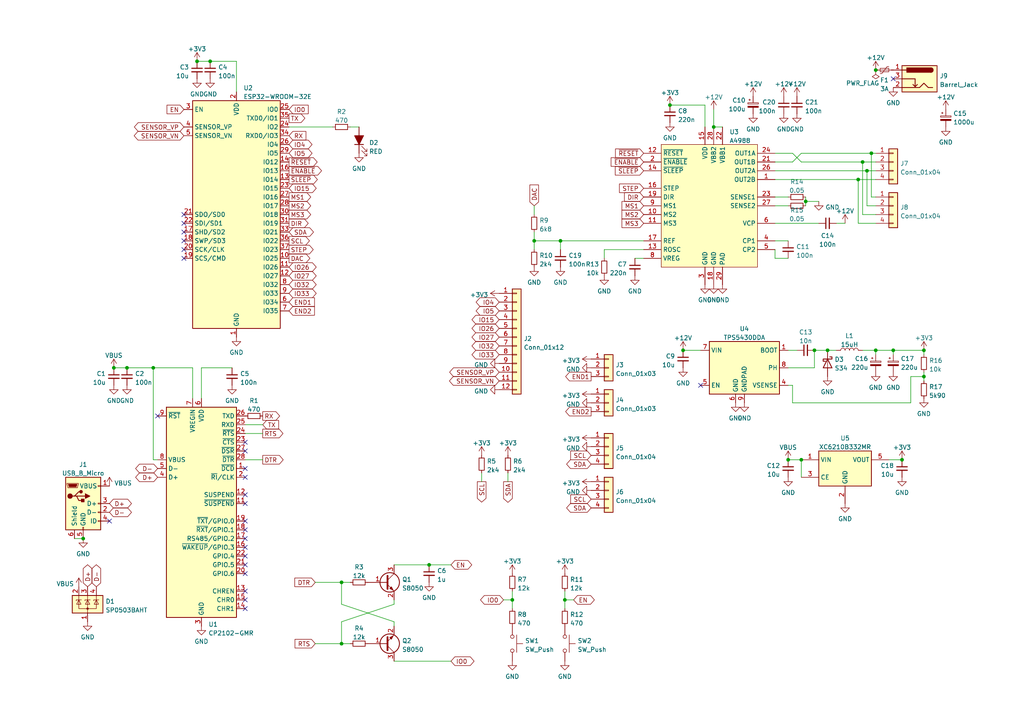
<source format=kicad_sch>
(kicad_sch (version 20211123) (generator eeschema)

  (uuid e63e39d7-6ac0-4ffd-8aa3-1841a4541b55)

  (paper "A4")

  (title_block
    (title "STEP32")
    (rev "1")
    (company "coolfactor.org")
    (comment 1 "ESP32 development board with stepper driver")
  )

  

  (junction (at 163.83 173.99) (diameter 0) (color 0 0 0 0)
    (uuid 0862f619-694b-4229-8443-888dda7f012f)
  )
  (junction (at 194.31 30.48) (diameter 0) (color 0 0 0 0)
    (uuid 0e4a5b1a-6ab0-489a-9d8c-12fca5af3322)
  )
  (junction (at 60.96 17.78) (diameter 0) (color 0 0 0 0)
    (uuid 0ea28089-760c-4103-bb70-00e7ec6b0004)
  )
  (junction (at 233.68 58.42) (diameter 0) (color 0 0 0 0)
    (uuid 154cec8f-c806-4e25-80e2-660c54797e66)
  )
  (junction (at 236.22 101.6) (diameter 0) (color 0 0 0 0)
    (uuid 17a38a7c-0e8c-48d1-bc2d-8f1bf1d00ed7)
  )
  (junction (at 124.46 163.83) (diameter 0) (color 0 0 0 0)
    (uuid 24d36262-13a1-44f4-951c-56ca6ac6b301)
  )
  (junction (at 198.12 101.6) (diameter 0) (color 0 0 0 0)
    (uuid 2798161a-c817-4fd6-91c7-b43ad9d4abae)
  )
  (junction (at 248.92 52.07) (diameter 0) (color 0 0 0 0)
    (uuid 3c2e886d-06ac-4965-906c-9fdf02cc3988)
  )
  (junction (at 252.73 44.45) (diameter 0) (color 0 0 0 0)
    (uuid 3d979c2a-653f-43cb-b420-ef3edb69ffcc)
  )
  (junction (at 57.15 17.78) (diameter 0) (color 0 0 0 0)
    (uuid 47bda594-f086-4f9c-8f3e-8e197bd9e4ea)
  )
  (junction (at 162.56 69.85) (diameter 0) (color 0 0 0 0)
    (uuid 4bfcc746-e0e8-45ae-84fa-717c41d603e1)
  )
  (junction (at 261.62 133.35) (diameter 0) (color 0 0 0 0)
    (uuid 503fec40-9de6-47a3-8295-eebd52eaf04d)
  )
  (junction (at 254 101.6) (diameter 0) (color 0 0 0 0)
    (uuid 5286f95d-a779-4b3a-9306-e0d959afaa14)
  )
  (junction (at 36.83 106.68) (diameter 0) (color 0 0 0 0)
    (uuid 5cace8d3-3420-4b9c-ae8a-6b621d09c7f9)
  )
  (junction (at 251.46 49.53) (diameter 0) (color 0 0 0 0)
    (uuid 5d91547f-2409-48ac-9e33-c1b8d89ab313)
  )
  (junction (at 254 20.32) (diameter 0) (color 0 0 0 0)
    (uuid 64369bd4-cc51-4659-87dc-9ba8bf574a7c)
  )
  (junction (at 267.97 109.22) (diameter 0) (color 0 0 0 0)
    (uuid 76731113-beb9-4b80-9440-01f4ee5b24a0)
  )
  (junction (at 250.19 46.99) (diameter 0) (color 0 0 0 0)
    (uuid 79a35b1e-ef9c-4ade-aa30-928c3f22b003)
  )
  (junction (at 207.01 36.83) (diameter 0) (color 0 0 0 0)
    (uuid 7b3c2d3f-d2c3-4b98-b5c3-7911bf7bb1f4)
  )
  (junction (at 99.06 186.69) (diameter 0) (color 0 0 0 0)
    (uuid 7bf044a6-9376-482f-a794-a03c0ce159e9)
  )
  (junction (at 24.13 156.21) (diameter 0) (color 0 0 0 0)
    (uuid 8dbb7353-dbae-4941-b987-9f6e49c2cd79)
  )
  (junction (at 44.45 106.68) (diameter 0) (color 0 0 0 0)
    (uuid 984edd75-8c53-4b1e-8575-c5ec6cc21ad2)
  )
  (junction (at 154.94 69.85) (diameter 0) (color 0 0 0 0)
    (uuid a051d671-5be8-44ce-bc5d-1791f511da25)
  )
  (junction (at 33.02 106.68) (diameter 0) (color 0 0 0 0)
    (uuid a0b57fc0-1c3f-443d-abff-71962a0798a0)
  )
  (junction (at 240.03 101.6) (diameter 0) (color 0 0 0 0)
    (uuid b36381fe-5e29-45e6-830e-4ce470618178)
  )
  (junction (at 259.08 101.6) (diameter 0) (color 0 0 0 0)
    (uuid b8a5d8d7-fa3f-411c-8c58-68ed4477ecd9)
  )
  (junction (at 148.59 173.99) (diameter 0) (color 0 0 0 0)
    (uuid c1429d16-3937-42e5-b745-c26dab0608f9)
  )
  (junction (at 267.97 101.6) (diameter 0) (color 0 0 0 0)
    (uuid c259902c-6e7d-4c55-ab6c-89b29d0aa653)
  )
  (junction (at 232.41 133.35) (diameter 0) (color 0 0 0 0)
    (uuid cebb95c4-2d3b-40e5-8c45-a01cf4fdb621)
  )
  (junction (at 99.06 168.91) (diameter 0) (color 0 0 0 0)
    (uuid d905a821-045c-4ba1-b58f-6d130d070b6e)
  )
  (junction (at 228.6 133.35) (diameter 0) (color 0 0 0 0)
    (uuid dc9acd4a-3f03-4ffd-8be5-5296659567b8)
  )

  (no_connect (at 203.2 111.76) (uuid 4fbb93bc-a737-4c80-8cf2-b481e29016f6))
  (no_connect (at 31.75 151.13) (uuid 6b77e60b-6680-418c-822c-c89d2ff47036))
  (no_connect (at 259.08 22.86) (uuid c5572f1f-e3eb-4163-aaed-ece0be526443))
  (no_connect (at 71.12 156.21) (uuid cb68db26-e491-422d-a39b-3343b1d7c915))
  (no_connect (at 71.12 158.75) (uuid cb68db26-e491-422d-a39b-3343b1d7c916))
  (no_connect (at 71.12 161.29) (uuid cb68db26-e491-422d-a39b-3343b1d7c917))
  (no_connect (at 71.12 163.83) (uuid cb68db26-e491-422d-a39b-3343b1d7c918))
  (no_connect (at 71.12 128.27) (uuid cb68db26-e491-422d-a39b-3343b1d7c919))
  (no_connect (at 71.12 130.81) (uuid cb68db26-e491-422d-a39b-3343b1d7c91a))
  (no_connect (at 71.12 135.89) (uuid cb68db26-e491-422d-a39b-3343b1d7c91b))
  (no_connect (at 71.12 166.37) (uuid cb68db26-e491-422d-a39b-3343b1d7c91c))
  (no_connect (at 71.12 171.45) (uuid cb68db26-e491-422d-a39b-3343b1d7c91d))
  (no_connect (at 71.12 173.99) (uuid cb68db26-e491-422d-a39b-3343b1d7c91e))
  (no_connect (at 71.12 176.53) (uuid cb68db26-e491-422d-a39b-3343b1d7c91f))
  (no_connect (at 71.12 138.43) (uuid cb68db26-e491-422d-a39b-3343b1d7c920))
  (no_connect (at 71.12 143.51) (uuid cb68db26-e491-422d-a39b-3343b1d7c921))
  (no_connect (at 71.12 146.05) (uuid cb68db26-e491-422d-a39b-3343b1d7c922))
  (no_connect (at 71.12 151.13) (uuid cb68db26-e491-422d-a39b-3343b1d7c923))
  (no_connect (at 71.12 153.67) (uuid cb68db26-e491-422d-a39b-3343b1d7c924))
  (no_connect (at 53.34 69.85) (uuid e8616a10-6f51-423b-96b4-88647402b056))
  (no_connect (at 53.34 72.39) (uuid e8616a10-6f51-423b-96b4-88647402b057))
  (no_connect (at 53.34 74.93) (uuid e8616a10-6f51-423b-96b4-88647402b058))
  (no_connect (at 53.34 62.23) (uuid e8616a10-6f51-423b-96b4-88647402b059))
  (no_connect (at 53.34 64.77) (uuid e8616a10-6f51-423b-96b4-88647402b05a))
  (no_connect (at 53.34 67.31) (uuid e8616a10-6f51-423b-96b4-88647402b05b))
  (no_connect (at 45.72 120.65) (uuid f538a2e6-0e89-4c45-8220-95198cac256b))

  (wire (pts (xy 229.87 111.76) (xy 229.87 116.84))
    (stroke (width 0) (type default) (color 0 0 0 0))
    (uuid 01ccb8c1-7be7-4ce3-ad2c-072f936f7903)
  )
  (wire (pts (xy 250.19 46.99) (xy 254 46.99))
    (stroke (width 0) (type default) (color 0 0 0 0))
    (uuid 0588dda9-f86c-4378-a89e-e77533897185)
  )
  (wire (pts (xy 114.3 181.61) (xy 114.3 180.34))
    (stroke (width 0) (type default) (color 0 0 0 0))
    (uuid 06db825a-8156-4151-98f8-289203e154a2)
  )
  (wire (pts (xy 184.15 74.93) (xy 186.69 74.93))
    (stroke (width 0) (type default) (color 0 0 0 0))
    (uuid 08158dd2-b38e-4e34-a58e-0b1dd39f2088)
  )
  (wire (pts (xy 259.08 101.6) (xy 254 101.6))
    (stroke (width 0) (type default) (color 0 0 0 0))
    (uuid 0a65d742-650a-49ec-a637-1d0a351efda9)
  )
  (wire (pts (xy 229.87 116.84) (xy 264.16 116.84))
    (stroke (width 0) (type default) (color 0 0 0 0))
    (uuid 0cc24182-400a-420d-8860-636275da2511)
  )
  (wire (pts (xy 71.12 133.35) (xy 76.2 133.35))
    (stroke (width 0) (type default) (color 0 0 0 0))
    (uuid 0da43f60-ffbd-4eec-88c9-1882f49e3da6)
  )
  (wire (pts (xy 254 59.69) (xy 251.46 59.69))
    (stroke (width 0) (type default) (color 0 0 0 0))
    (uuid 1649f423-fb66-4ccb-8071-d5fd43da1933)
  )
  (wire (pts (xy 163.83 173.99) (xy 163.83 176.53))
    (stroke (width 0) (type default) (color 0 0 0 0))
    (uuid 17fa7d3d-fff5-4ebe-b78e-8337b0a58905)
  )
  (wire (pts (xy 267.97 101.6) (xy 259.08 101.6))
    (stroke (width 0) (type default) (color 0 0 0 0))
    (uuid 1cf370db-8ee0-4e9b-92b7-acd907b583ce)
  )
  (wire (pts (xy 232.41 46.99) (xy 250.19 46.99))
    (stroke (width 0) (type default) (color 0 0 0 0))
    (uuid 1d31b21f-7e9b-49b8-b4c4-00ad13f24cd9)
  )
  (wire (pts (xy 207.01 31.75) (xy 207.01 36.83))
    (stroke (width 0) (type default) (color 0 0 0 0))
    (uuid 1e8fccd9-fe93-4072-ac5b-2508ad899eaf)
  )
  (wire (pts (xy 99.06 180.34) (xy 99.06 186.69))
    (stroke (width 0) (type default) (color 0 0 0 0))
    (uuid 1e98a717-8444-450c-8a47-faa54271723a)
  )
  (wire (pts (xy 162.56 69.85) (xy 162.56 72.39))
    (stroke (width 0) (type default) (color 0 0 0 0))
    (uuid 1eee73d5-de89-41a1-b080-d8e49e102c45)
  )
  (wire (pts (xy 83.82 36.83) (xy 96.52 36.83))
    (stroke (width 0) (type default) (color 0 0 0 0))
    (uuid 20665819-938a-4eed-8a91-346533117eee)
  )
  (wire (pts (xy 99.06 168.91) (xy 99.06 175.26))
    (stroke (width 0) (type default) (color 0 0 0 0))
    (uuid 21121da6-e453-46f4-b037-90187113f86a)
  )
  (wire (pts (xy 124.46 163.83) (xy 130.81 163.83))
    (stroke (width 0) (type default) (color 0 0 0 0))
    (uuid 2347e3e8-3f5a-470b-a426-f131517ffb83)
  )
  (wire (pts (xy 114.3 175.26) (xy 99.06 180.34))
    (stroke (width 0) (type default) (color 0 0 0 0))
    (uuid 2463f129-cd78-4104-bd2b-4005c47c83af)
  )
  (wire (pts (xy 36.83 106.68) (xy 44.45 106.68))
    (stroke (width 0) (type default) (color 0 0 0 0))
    (uuid 26a9e978-1526-497b-8798-403c907122b8)
  )
  (wire (pts (xy 68.58 17.78) (xy 60.96 17.78))
    (stroke (width 0) (type default) (color 0 0 0 0))
    (uuid 284654ca-4535-4f68-8028-457cae2076f7)
  )
  (wire (pts (xy 45.72 133.35) (xy 44.45 133.35))
    (stroke (width 0) (type default) (color 0 0 0 0))
    (uuid 28c2e60b-9dad-4ba0-be1d-cf239168ea5f)
  )
  (wire (pts (xy 44.45 106.68) (xy 44.45 133.35))
    (stroke (width 0) (type default) (color 0 0 0 0))
    (uuid 294d2226-6def-452b-995a-9b2acc43d133)
  )
  (wire (pts (xy 248.92 52.07) (xy 254 52.07))
    (stroke (width 0) (type default) (color 0 0 0 0))
    (uuid 2e4bd7ed-24fd-43c1-97f8-932d55d0198d)
  )
  (wire (pts (xy 91.44 186.69) (xy 99.06 186.69))
    (stroke (width 0) (type default) (color 0 0 0 0))
    (uuid 3562eafc-c334-473b-b9bc-dc9b036cddd4)
  )
  (wire (pts (xy 114.3 191.77) (xy 130.81 191.77))
    (stroke (width 0) (type default) (color 0 0 0 0))
    (uuid 3a7f15b1-68cd-4bf1-a5d9-f83f110cf3e1)
  )
  (wire (pts (xy 229.87 46.99) (xy 232.41 44.45))
    (stroke (width 0) (type default) (color 0 0 0 0))
    (uuid 3be80923-b320-460a-9e34-b72786e3b412)
  )
  (wire (pts (xy 148.59 173.99) (xy 148.59 176.53))
    (stroke (width 0) (type default) (color 0 0 0 0))
    (uuid 3fe1245d-37d4-47d3-b76f-c461994a413d)
  )
  (wire (pts (xy 229.87 44.45) (xy 232.41 46.99))
    (stroke (width 0) (type default) (color 0 0 0 0))
    (uuid 4325d3bf-3ce1-4d05-9b0b-ba79c331c9d1)
  )
  (wire (pts (xy 21.59 156.21) (xy 24.13 156.21))
    (stroke (width 0) (type default) (color 0 0 0 0))
    (uuid 4343a537-9242-400a-acc9-699b1b8023ce)
  )
  (wire (pts (xy 44.45 106.68) (xy 55.88 106.68))
    (stroke (width 0) (type default) (color 0 0 0 0))
    (uuid 4cc9d7d9-d0e5-4c62-a5bf-907c222f2103)
  )
  (wire (pts (xy 175.26 72.39) (xy 186.69 72.39))
    (stroke (width 0) (type default) (color 0 0 0 0))
    (uuid 4e42f8cf-1ba3-4dc8-918c-4364c82069af)
  )
  (wire (pts (xy 236.22 106.68) (xy 236.22 101.6))
    (stroke (width 0) (type default) (color 0 0 0 0))
    (uuid 51e0700f-a0a5-4647-8f22-f9f619cd9a60)
  )
  (wire (pts (xy 224.79 69.85) (xy 228.6 69.85))
    (stroke (width 0) (type default) (color 0 0 0 0))
    (uuid 523a2084-0ba6-4554-9f10-02be92864e6c)
  )
  (wire (pts (xy 224.79 52.07) (xy 248.92 52.07))
    (stroke (width 0) (type default) (color 0 0 0 0))
    (uuid 5412157d-a2dd-454d-9ceb-d7c1cbd85a5d)
  )
  (wire (pts (xy 224.79 74.93) (xy 228.6 74.93))
    (stroke (width 0) (type default) (color 0 0 0 0))
    (uuid 5b4d4271-0863-4631-9841-6b204625d8c3)
  )
  (wire (pts (xy 240.03 101.6) (xy 242.57 101.6))
    (stroke (width 0) (type default) (color 0 0 0 0))
    (uuid 5b4edfb9-ba51-4920-ac6c-5a6a75232818)
  )
  (wire (pts (xy 254 57.15) (xy 252.73 57.15))
    (stroke (width 0) (type default) (color 0 0 0 0))
    (uuid 5ba4844e-a9f8-4d4c-ad61-67934227671b)
  )
  (wire (pts (xy 228.6 101.6) (xy 231.14 101.6))
    (stroke (width 0) (type default) (color 0 0 0 0))
    (uuid 5d0927be-e460-4d6c-9ffb-e05a2aa59d4c)
  )
  (wire (pts (xy 257.81 133.35) (xy 261.62 133.35))
    (stroke (width 0) (type default) (color 0 0 0 0))
    (uuid 65800316-2d0b-4dd3-87fb-b7acfd4305da)
  )
  (wire (pts (xy 264.16 116.84) (xy 264.16 109.22))
    (stroke (width 0) (type default) (color 0 0 0 0))
    (uuid 6a02ef5b-b56e-43ce-96bd-9155d6ddbcd2)
  )
  (wire (pts (xy 267.97 109.22) (xy 267.97 110.49))
    (stroke (width 0) (type default) (color 0 0 0 0))
    (uuid 6b6f2ff9-c6aa-4ff2-b388-90859ef749aa)
  )
  (wire (pts (xy 147.32 137.16) (xy 147.32 139.7))
    (stroke (width 0) (type default) (color 0 0 0 0))
    (uuid 6b96aa5d-0641-4c7c-95bd-7af7ba9dd7e1)
  )
  (wire (pts (xy 114.3 180.34) (xy 99.06 175.26))
    (stroke (width 0) (type default) (color 0 0 0 0))
    (uuid 7023fdff-9fd3-42d5-91b0-cb798359dd65)
  )
  (wire (pts (xy 224.79 44.45) (xy 229.87 44.45))
    (stroke (width 0) (type default) (color 0 0 0 0))
    (uuid 706cd116-da0e-404f-b3a9-878076667a56)
  )
  (wire (pts (xy 204.47 30.48) (xy 194.31 30.48))
    (stroke (width 0) (type default) (color 0 0 0 0))
    (uuid 73927fee-9b79-4ef9-938f-eccdb92584b9)
  )
  (wire (pts (xy 71.12 125.73) (xy 76.2 125.73))
    (stroke (width 0) (type default) (color 0 0 0 0))
    (uuid 7550fb15-521f-4120-92f5-07a1d8b66f15)
  )
  (wire (pts (xy 264.16 109.22) (xy 267.97 109.22))
    (stroke (width 0) (type default) (color 0 0 0 0))
    (uuid 7c35bb36-f2aa-444e-9284-877405ff18a1)
  )
  (wire (pts (xy 228.6 133.35) (xy 232.41 133.35))
    (stroke (width 0) (type default) (color 0 0 0 0))
    (uuid 7ec1b655-8e55-44d4-b4db-a9b1fc13cdba)
  )
  (wire (pts (xy 33.02 106.68) (xy 36.83 106.68))
    (stroke (width 0) (type default) (color 0 0 0 0))
    (uuid 7f500f2f-e2d3-4710-9b74-6bcec2d2fc77)
  )
  (wire (pts (xy 175.26 72.39) (xy 175.26 74.93))
    (stroke (width 0) (type default) (color 0 0 0 0))
    (uuid 805c36a3-54a1-467f-a588-4c029d6b39cc)
  )
  (wire (pts (xy 252.73 57.15) (xy 252.73 44.45))
    (stroke (width 0) (type default) (color 0 0 0 0))
    (uuid 809e5667-2218-4c6e-819d-b05a43982649)
  )
  (wire (pts (xy 71.12 123.19) (xy 76.2 123.19))
    (stroke (width 0) (type default) (color 0 0 0 0))
    (uuid 8316f2fe-0bb0-4943-b42a-ca8b58bc6604)
  )
  (wire (pts (xy 114.3 163.83) (xy 124.46 163.83))
    (stroke (width 0) (type default) (color 0 0 0 0))
    (uuid 8c2c92bf-96ce-4e56-9f87-88fbfb8da393)
  )
  (wire (pts (xy 267.97 107.95) (xy 267.97 109.22))
    (stroke (width 0) (type default) (color 0 0 0 0))
    (uuid 8c2ee012-e023-49a3-927f-100d6ff688cb)
  )
  (wire (pts (xy 204.47 36.83) (xy 204.47 30.48))
    (stroke (width 0) (type default) (color 0 0 0 0))
    (uuid 93408c22-91c1-42af-a66c-be9fedca9502)
  )
  (wire (pts (xy 233.68 58.42) (xy 233.68 59.69))
    (stroke (width 0) (type default) (color 0 0 0 0))
    (uuid 95cbe510-1b7c-4e4e-9c01-94141a0f63b7)
  )
  (wire (pts (xy 162.56 69.85) (xy 186.69 69.85))
    (stroke (width 0) (type default) (color 0 0 0 0))
    (uuid 97101df0-5494-413f-83f7-09a607b0f93e)
  )
  (wire (pts (xy 250.19 62.23) (xy 250.19 46.99))
    (stroke (width 0) (type default) (color 0 0 0 0))
    (uuid 97c5b24e-3141-4897-aca8-6c3148899a47)
  )
  (wire (pts (xy 58.42 106.68) (xy 58.42 115.57))
    (stroke (width 0) (type default) (color 0 0 0 0))
    (uuid 983d7a97-e887-41d5-b1a4-e18fa0bdb5bd)
  )
  (wire (pts (xy 57.15 17.78) (xy 60.96 17.78))
    (stroke (width 0) (type default) (color 0 0 0 0))
    (uuid 9a3c24a8-4b0e-4464-9976-a46a07c2e4cc)
  )
  (wire (pts (xy 251.46 59.69) (xy 251.46 49.53))
    (stroke (width 0) (type default) (color 0 0 0 0))
    (uuid 9beab616-4017-461d-942d-7c2994db4af3)
  )
  (wire (pts (xy 58.42 106.68) (xy 67.31 106.68))
    (stroke (width 0) (type default) (color 0 0 0 0))
    (uuid 9c56db0c-e38f-40a1-a5e7-69b9955724b3)
  )
  (wire (pts (xy 232.41 133.35) (xy 232.41 138.43))
    (stroke (width 0) (type default) (color 0 0 0 0))
    (uuid 9d02940a-4150-4922-8440-6f8456a12d2d)
  )
  (wire (pts (xy 228.6 111.76) (xy 229.87 111.76))
    (stroke (width 0) (type default) (color 0 0 0 0))
    (uuid 9d92a13d-62bc-4216-ac15-d45e5ae96251)
  )
  (wire (pts (xy 154.94 59.69) (xy 154.94 62.23))
    (stroke (width 0) (type default) (color 0 0 0 0))
    (uuid 9dc30ca3-ee79-422e-80cc-f4c93c9cd436)
  )
  (wire (pts (xy 267.97 102.87) (xy 267.97 101.6))
    (stroke (width 0) (type default) (color 0 0 0 0))
    (uuid 9e6f3c21-444e-4379-aca3-5207474618c2)
  )
  (wire (pts (xy 259.08 101.6) (xy 259.08 102.87))
    (stroke (width 0) (type default) (color 0 0 0 0))
    (uuid a655f942-a285-45ed-9a7e-94808b735084)
  )
  (wire (pts (xy 224.79 64.77) (xy 237.49 64.77))
    (stroke (width 0) (type default) (color 0 0 0 0))
    (uuid a7620a8e-3b61-4600-899e-ce6c6c78e9fa)
  )
  (wire (pts (xy 154.94 69.85) (xy 162.56 69.85))
    (stroke (width 0) (type default) (color 0 0 0 0))
    (uuid a7921e12-7f89-47dc-ba10-6b58d6f1b0ba)
  )
  (wire (pts (xy 207.01 36.83) (xy 209.55 36.83))
    (stroke (width 0) (type default) (color 0 0 0 0))
    (uuid a8c2cbc7-8d28-4ecf-bb8a-f28f65325513)
  )
  (wire (pts (xy 198.12 101.6) (xy 203.2 101.6))
    (stroke (width 0) (type default) (color 0 0 0 0))
    (uuid a9031d62-b002-431e-8efc-80c386bdb8f2)
  )
  (wire (pts (xy 233.68 57.15) (xy 233.68 58.42))
    (stroke (width 0) (type default) (color 0 0 0 0))
    (uuid aba0aa8b-678f-40a8-b632-a9ae4be3bdd3)
  )
  (wire (pts (xy 114.3 173.99) (xy 114.3 175.26))
    (stroke (width 0) (type default) (color 0 0 0 0))
    (uuid ac9cb074-db3c-42c9-a5c4-0b63f9f4068a)
  )
  (wire (pts (xy 236.22 101.6) (xy 240.03 101.6))
    (stroke (width 0) (type default) (color 0 0 0 0))
    (uuid aca88924-5984-410b-8fc2-b7bd60dfd862)
  )
  (wire (pts (xy 224.79 49.53) (xy 251.46 49.53))
    (stroke (width 0) (type default) (color 0 0 0 0))
    (uuid ad3e8f9f-b83f-4dd7-acfe-da9c193b9b6d)
  )
  (wire (pts (xy 224.79 72.39) (xy 224.79 74.93))
    (stroke (width 0) (type default) (color 0 0 0 0))
    (uuid ae0e679f-451f-4311-ae21-b8922b733218)
  )
  (wire (pts (xy 99.06 168.91) (xy 101.6 168.91))
    (stroke (width 0) (type default) (color 0 0 0 0))
    (uuid ae298471-9f4e-49bf-b16b-bb4b784c507e)
  )
  (wire (pts (xy 254 64.77) (xy 248.92 64.77))
    (stroke (width 0) (type default) (color 0 0 0 0))
    (uuid afeedfe7-cce7-4878-beac-620b0ebd29e2)
  )
  (wire (pts (xy 248.92 64.77) (xy 248.92 52.07))
    (stroke (width 0) (type default) (color 0 0 0 0))
    (uuid b562832f-46bd-40d9-b603-c3c0562ec932)
  )
  (wire (pts (xy 254 62.23) (xy 250.19 62.23))
    (stroke (width 0) (type default) (color 0 0 0 0))
    (uuid bda5224d-8414-43b9-a51a-538f261de30e)
  )
  (wire (pts (xy 163.83 171.45) (xy 163.83 173.99))
    (stroke (width 0) (type default) (color 0 0 0 0))
    (uuid c1f024cc-f994-4e93-8b6f-0ff9b18fb7cf)
  )
  (wire (pts (xy 251.46 49.53) (xy 254 49.53))
    (stroke (width 0) (type default) (color 0 0 0 0))
    (uuid c231bce5-a9bb-4dbf-8fe2-f711efe20f76)
  )
  (wire (pts (xy 163.83 173.99) (xy 166.37 173.99))
    (stroke (width 0) (type default) (color 0 0 0 0))
    (uuid c4dee925-29b4-418e-8e16-87b0e4e3dc0f)
  )
  (wire (pts (xy 154.94 67.31) (xy 154.94 69.85))
    (stroke (width 0) (type default) (color 0 0 0 0))
    (uuid c4e574f7-4356-4f15-8417-19eddfa86ee9)
  )
  (wire (pts (xy 224.79 57.15) (xy 228.6 57.15))
    (stroke (width 0) (type default) (color 0 0 0 0))
    (uuid caab4b7f-3744-4681-b77e-4270362c8514)
  )
  (wire (pts (xy 55.88 115.57) (xy 55.88 106.68))
    (stroke (width 0) (type default) (color 0 0 0 0))
    (uuid cc6fbecb-e59e-4f40-9b77-326890b42e37)
  )
  (wire (pts (xy 146.05 173.99) (xy 148.59 173.99))
    (stroke (width 0) (type default) (color 0 0 0 0))
    (uuid ccb625f0-e7c2-42b2-adfe-1324ca99217d)
  )
  (wire (pts (xy 250.19 101.6) (xy 254 101.6))
    (stroke (width 0) (type default) (color 0 0 0 0))
    (uuid cdb7ffe2-36fc-4d30-8f89-fb61dd8d2b95)
  )
  (wire (pts (xy 148.59 173.99) (xy 148.59 171.45))
    (stroke (width 0) (type default) (color 0 0 0 0))
    (uuid d1f1746b-75da-423c-b7f8-ad7d16764af3)
  )
  (wire (pts (xy 99.06 186.69) (xy 101.6 186.69))
    (stroke (width 0) (type default) (color 0 0 0 0))
    (uuid d3e8e845-6041-4cb2-8fdc-bcf4a700397d)
  )
  (wire (pts (xy 154.94 69.85) (xy 154.94 72.39))
    (stroke (width 0) (type default) (color 0 0 0 0))
    (uuid d6fea9cb-ae0e-478c-81a4-d35ae3e64258)
  )
  (wire (pts (xy 254 101.6) (xy 254 102.87))
    (stroke (width 0) (type default) (color 0 0 0 0))
    (uuid e5097e2d-5da6-4cb6-b42b-e882310dd5a6)
  )
  (wire (pts (xy 224.79 46.99) (xy 229.87 46.99))
    (stroke (width 0) (type default) (color 0 0 0 0))
    (uuid e5da596e-6db0-4f72-a562-3e6ad2acb086)
  )
  (wire (pts (xy 242.57 64.77) (xy 245.11 64.77))
    (stroke (width 0) (type default) (color 0 0 0 0))
    (uuid ea73357e-b29f-4acf-979f-7c1a109bd565)
  )
  (wire (pts (xy 228.6 106.68) (xy 236.22 106.68))
    (stroke (width 0) (type default) (color 0 0 0 0))
    (uuid ebb25390-25e4-4130-9b49-d91cdb927e75)
  )
  (wire (pts (xy 68.58 26.67) (xy 68.58 17.78))
    (stroke (width 0) (type default) (color 0 0 0 0))
    (uuid ef91c5d5-3619-49d5-943e-65ad18271c2a)
  )
  (wire (pts (xy 224.79 59.69) (xy 228.6 59.69))
    (stroke (width 0) (type default) (color 0 0 0 0))
    (uuid f022913c-74ce-426e-973d-e6bfb212edb3)
  )
  (wire (pts (xy 101.6 36.83) (xy 104.14 36.83))
    (stroke (width 0) (type default) (color 0 0 0 0))
    (uuid f0401ee4-c0f3-4f02-a815-7a5ff634bca7)
  )
  (wire (pts (xy 139.7 137.16) (xy 139.7 139.7))
    (stroke (width 0) (type default) (color 0 0 0 0))
    (uuid f43eb2d1-fb96-40e2-8775-8b9490adafe7)
  )
  (wire (pts (xy 99.06 168.91) (xy 91.44 168.91))
    (stroke (width 0) (type default) (color 0 0 0 0))
    (uuid f50c4597-3de0-4550-8f7e-7b8f709af804)
  )
  (wire (pts (xy 252.73 44.45) (xy 254 44.45))
    (stroke (width 0) (type default) (color 0 0 0 0))
    (uuid f7f21e7c-a7d8-4660-9dcd-9548e539ae47)
  )
  (wire (pts (xy 233.68 58.42) (xy 237.49 58.42))
    (stroke (width 0) (type default) (color 0 0 0 0))
    (uuid f907edfa-3ec0-4509-b698-a3da8fb6dd7d)
  )
  (wire (pts (xy 232.41 44.45) (xy 252.73 44.45))
    (stroke (width 0) (type default) (color 0 0 0 0))
    (uuid ff885fff-54d3-4f79-9a32-7aa5b7801c37)
  )

  (global_label "IO4" (shape bidirectional) (at 144.78 87.63 180) (fields_autoplaced)
    (effects (font (size 1.27 1.27)) (justify right))
    (uuid 05548659-6772-40fa-b33a-2a166fdc8a8a)
    (property "Intersheet References" "${INTERSHEET_REFS}" (id 0) (at 139.2221 87.5506 0)
      (effects (font (size 1.27 1.27)) (justify right) hide)
    )
  )
  (global_label "STEP" (shape output) (at 83.82 72.39 0) (fields_autoplaced)
    (effects (font (size 1.27 1.27)) (justify left))
    (uuid 0c5f71da-4fe3-4989-842a-67b25e704359)
    (property "Intersheet References" "${INTERSHEET_REFS}" (id 0) (at 90.8293 72.3106 0)
      (effects (font (size 1.27 1.27)) (justify left) hide)
    )
  )
  (global_label "MS3" (shape output) (at 83.82 62.23 0) (fields_autoplaced)
    (effects (font (size 1.27 1.27)) (justify left))
    (uuid 1a212e18-1a05-4bf5-b8e0-045680893ae3)
    (property "Intersheet References" "${INTERSHEET_REFS}" (id 0) (at 90.1036 62.1506 0)
      (effects (font (size 1.27 1.27)) (justify left) hide)
    )
  )
  (global_label "D-" (shape bidirectional) (at 27.94 170.18 90) (fields_autoplaced)
    (effects (font (size 1.27 1.27)) (justify left))
    (uuid 2097d5e0-fbbd-4731-84fc-64b80d216111)
    (property "Intersheet References" "${INTERSHEET_REFS}" (id 0) (at 27.8606 164.9245 90)
      (effects (font (size 1.27 1.27)) (justify left) hide)
    )
  )
  (global_label "MS2" (shape output) (at 83.82 59.69 0) (fields_autoplaced)
    (effects (font (size 1.27 1.27)) (justify left))
    (uuid 247c6e8d-e782-4dec-b7f9-4168107043ff)
    (property "Intersheet References" "${INTERSHEET_REFS}" (id 0) (at 90.1036 59.6106 0)
      (effects (font (size 1.27 1.27)) (justify left) hide)
    )
  )
  (global_label "DAC" (shape output) (at 83.82 74.93 0) (fields_autoplaced)
    (effects (font (size 1.27 1.27)) (justify left))
    (uuid 25834784-7e6a-4fde-82ca-119663f255e6)
    (property "Intersheet References" "${INTERSHEET_REFS}" (id 0) (at 89.8617 74.8506 0)
      (effects (font (size 1.27 1.27)) (justify left) hide)
    )
  )
  (global_label "IO4" (shape bidirectional) (at 83.82 41.91 0) (fields_autoplaced)
    (effects (font (size 1.27 1.27)) (justify left))
    (uuid 2a4b43ae-8532-419b-b8c3-dd364cdcc09b)
    (property "Intersheet References" "${INTERSHEET_REFS}" (id 0) (at 89.3779 41.8306 0)
      (effects (font (size 1.27 1.27)) (justify left) hide)
    )
  )
  (global_label "SENSOR_VP" (shape bidirectional) (at 144.78 107.95 180) (fields_autoplaced)
    (effects (font (size 1.27 1.27)) (justify right))
    (uuid 3e16b2bc-0ed9-4c98-b70a-be4b9c414ac7)
    (property "Intersheet References" "${INTERSHEET_REFS}" (id 0) (at 131.5417 107.8706 0)
      (effects (font (size 1.27 1.27)) (justify right) hide)
    )
  )
  (global_label "SCL" (shape input) (at 171.45 144.78 180) (fields_autoplaced)
    (effects (font (size 1.27 1.27)) (justify right))
    (uuid 426bd8df-81cb-4891-adb3-c20859dd411e)
    (property "Intersheet References" "${INTERSHEET_REFS}" (id 0) (at 165.5293 144.7006 0)
      (effects (font (size 1.27 1.27)) (justify right) hide)
    )
  )
  (global_label "MS1" (shape output) (at 83.82 57.15 0) (fields_autoplaced)
    (effects (font (size 1.27 1.27)) (justify left))
    (uuid 4b8ed66a-b67c-4bee-8837-5991f0242638)
    (property "Intersheet References" "${INTERSHEET_REFS}" (id 0) (at 90.1036 57.0706 0)
      (effects (font (size 1.27 1.27)) (justify left) hide)
    )
  )
  (global_label "IO0" (shape tri_state) (at 130.81 191.77 0) (fields_autoplaced)
    (effects (font (size 1.27 1.27)) (justify left))
    (uuid 4f48a2b1-6dae-4244-bb20-cf53154605ce)
    (property "Intersheet References" "${INTERSHEET_REFS}" (id 0) (at 136.3679 191.6906 0)
      (effects (font (size 1.27 1.27)) (justify left) hide)
    )
  )
  (global_label "TX" (shape output) (at 83.82 34.29 0) (fields_autoplaced)
    (effects (font (size 1.27 1.27)) (justify left))
    (uuid 50432abd-1592-4fe2-b275-e7ef49c4b770)
    (property "Intersheet References" "${INTERSHEET_REFS}" (id 0) (at 88.4102 34.2106 0)
      (effects (font (size 1.27 1.27)) (justify left) hide)
    )
  )
  (global_label "SDA" (shape bidirectional) (at 83.82 67.31 0) (fields_autoplaced)
    (effects (font (size 1.27 1.27)) (justify left))
    (uuid 56a41d1c-4938-4b30-832f-71ecfbfa8895)
    (property "Intersheet References" "${INTERSHEET_REFS}" (id 0) (at 89.8012 67.2306 0)
      (effects (font (size 1.27 1.27)) (justify left) hide)
    )
  )
  (global_label "TX" (shape input) (at 76.2 123.19 0) (fields_autoplaced)
    (effects (font (size 1.27 1.27)) (justify left))
    (uuid 56e5af78-12c4-4dd3-bec8-4497568abde5)
    (property "Intersheet References" "${INTERSHEET_REFS}" (id 0) (at 80.7902 123.1106 0)
      (effects (font (size 1.27 1.27)) (justify left) hide)
    )
  )
  (global_label "IO5" (shape bidirectional) (at 144.78 90.17 180) (fields_autoplaced)
    (effects (font (size 1.27 1.27)) (justify right))
    (uuid 5e1fbed6-6164-4925-a699-3ee9054b9ca5)
    (property "Intersheet References" "${INTERSHEET_REFS}" (id 0) (at 139.2221 90.0906 0)
      (effects (font (size 1.27 1.27)) (justify right) hide)
    )
  )
  (global_label "SCL" (shape input) (at 171.45 132.08 180) (fields_autoplaced)
    (effects (font (size 1.27 1.27)) (justify right))
    (uuid 5e6d8f59-0172-4efd-b8f1-0c303871347a)
    (property "Intersheet References" "${INTERSHEET_REFS}" (id 0) (at 165.5293 132.0006 0)
      (effects (font (size 1.27 1.27)) (justify right) hide)
    )
  )
  (global_label "~{ENABLE}" (shape input) (at 186.69 46.99 180) (fields_autoplaced)
    (effects (font (size 1.27 1.27)) (justify right))
    (uuid 5ef74a17-dc50-43be-bf03-59be769cea12)
    (property "Intersheet References" "${INTERSHEET_REFS}" (id 0) (at 177.2617 46.9106 0)
      (effects (font (size 1.27 1.27)) (justify right) hide)
    )
  )
  (global_label "IO0" (shape tri_state) (at 146.05 173.99 180) (fields_autoplaced)
    (effects (font (size 1.27 1.27)) (justify right))
    (uuid 6163d697-68d1-4959-bf27-2f17588b1c25)
    (property "Intersheet References" "${INTERSHEET_REFS}" (id 0) (at 140.4921 174.0694 0)
      (effects (font (size 1.27 1.27)) (justify right) hide)
    )
  )
  (global_label "IO27" (shape bidirectional) (at 144.78 97.79 180) (fields_autoplaced)
    (effects (font (size 1.27 1.27)) (justify right))
    (uuid 67ee806c-5291-442f-96f1-66cda74c092d)
    (property "Intersheet References" "${INTERSHEET_REFS}" (id 0) (at 138.0126 97.7106 0)
      (effects (font (size 1.27 1.27)) (justify right) hide)
    )
  )
  (global_label "DAC" (shape input) (at 154.94 59.69 90) (fields_autoplaced)
    (effects (font (size 1.27 1.27)) (justify left))
    (uuid 689e609d-199e-454b-b175-979280467dea)
    (property "Intersheet References" "${INTERSHEET_REFS}" (id 0) (at 154.8606 53.6483 90)
      (effects (font (size 1.27 1.27)) (justify left) hide)
    )
  )
  (global_label "IO33" (shape bidirectional) (at 83.82 85.09 0) (fields_autoplaced)
    (effects (font (size 1.27 1.27)) (justify left))
    (uuid 6cd9dfcf-15c4-475f-ad60-91d8aba5b3a5)
    (property "Intersheet References" "${INTERSHEET_REFS}" (id 0) (at 90.5874 85.0106 0)
      (effects (font (size 1.27 1.27)) (justify left) hide)
    )
  )
  (global_label "IO26" (shape bidirectional) (at 144.78 95.25 180) (fields_autoplaced)
    (effects (font (size 1.27 1.27)) (justify right))
    (uuid 6d640786-865f-4571-ae4e-7cb3774848f6)
    (property "Intersheet References" "${INTERSHEET_REFS}" (id 0) (at 138.0126 95.1706 0)
      (effects (font (size 1.27 1.27)) (justify right) hide)
    )
  )
  (global_label "RX" (shape input) (at 83.82 39.37 0) (fields_autoplaced)
    (effects (font (size 1.27 1.27)) (justify left))
    (uuid 77145e93-14e2-40a2-97f1-e04777e07bd2)
    (property "Intersheet References" "${INTERSHEET_REFS}" (id 0) (at 88.7126 39.2906 0)
      (effects (font (size 1.27 1.27)) (justify left) hide)
    )
  )
  (global_label "SDA" (shape output) (at 147.32 139.7 270) (fields_autoplaced)
    (effects (font (size 1.27 1.27)) (justify right))
    (uuid 7b998a41-2b88-439a-a0f4-7b03053604d1)
    (property "Intersheet References" "${INTERSHEET_REFS}" (id 0) (at 147.3994 145.6812 90)
      (effects (font (size 1.27 1.27)) (justify right) hide)
    )
  )
  (global_label "SCL" (shape output) (at 139.7 139.7 270) (fields_autoplaced)
    (effects (font (size 1.27 1.27)) (justify right))
    (uuid 7d545004-877a-44ba-b23e-bcdfe919cbcb)
    (property "Intersheet References" "${INTERSHEET_REFS}" (id 0) (at 139.7794 145.6207 90)
      (effects (font (size 1.27 1.27)) (justify right) hide)
    )
  )
  (global_label "IO15" (shape bidirectional) (at 144.78 92.71 180) (fields_autoplaced)
    (effects (font (size 1.27 1.27)) (justify right))
    (uuid 84a908bb-e9c7-458a-836e-137e45035305)
    (property "Intersheet References" "${INTERSHEET_REFS}" (id 0) (at 138.0126 92.6306 0)
      (effects (font (size 1.27 1.27)) (justify right) hide)
    )
  )
  (global_label "RX" (shape output) (at 76.2 120.65 0) (fields_autoplaced)
    (effects (font (size 1.27 1.27)) (justify left))
    (uuid 8c128a49-ab77-4ac0-a5fa-ae0fc010f63e)
    (property "Intersheet References" "${INTERSHEET_REFS}" (id 0) (at 81.0926 120.5706 0)
      (effects (font (size 1.27 1.27)) (justify left) hide)
    )
  )
  (global_label "~{ENABLE}" (shape output) (at 83.82 49.53 0) (fields_autoplaced)
    (effects (font (size 1.27 1.27)) (justify left))
    (uuid 9aa2b276-23d8-447e-b70f-625ce51d3d7a)
    (property "Intersheet References" "${INTERSHEET_REFS}" (id 0) (at 93.2483 49.4506 0)
      (effects (font (size 1.27 1.27)) (justify left) hide)
    )
  )
  (global_label "MS3" (shape input) (at 186.69 64.77 180) (fields_autoplaced)
    (effects (font (size 1.27 1.27)) (justify right))
    (uuid 9ab4165a-d24d-45ee-b9ce-b61ce96cd78c)
    (property "Intersheet References" "${INTERSHEET_REFS}" (id 0) (at 180.4064 64.6906 0)
      (effects (font (size 1.27 1.27)) (justify right) hide)
    )
  )
  (global_label "IO0" (shape input) (at 83.82 31.75 0) (fields_autoplaced)
    (effects (font (size 1.27 1.27)) (justify left))
    (uuid 9b217ac9-b8f4-4c3f-8660-9dcf3934f559)
    (property "Intersheet References" "${INTERSHEET_REFS}" (id 0) (at 89.3779 31.6706 0)
      (effects (font (size 1.27 1.27)) (justify left) hide)
    )
  )
  (global_label "DTR" (shape output) (at 76.2 133.35 0) (fields_autoplaced)
    (effects (font (size 1.27 1.27)) (justify left))
    (uuid 9b43b5fa-8141-4b1f-9f78-9d6aee8b6913)
    (property "Intersheet References" "${INTERSHEET_REFS}" (id 0) (at 82.1207 133.2706 0)
      (effects (font (size 1.27 1.27)) (justify left) hide)
    )
  )
  (global_label "END2" (shape input) (at 83.82 90.17 0) (fields_autoplaced)
    (effects (font (size 1.27 1.27)) (justify left))
    (uuid 9bc0a560-0f9e-4da8-ac64-be4cd4e09eed)
    (property "Intersheet References" "${INTERSHEET_REFS}" (id 0) (at 91.1921 90.0906 0)
      (effects (font (size 1.27 1.27)) (justify left) hide)
    )
  )
  (global_label "D+" (shape bidirectional) (at 25.4 170.18 90) (fields_autoplaced)
    (effects (font (size 1.27 1.27)) (justify left))
    (uuid 9c2084bc-a1b3-4993-bc6e-bd2ba2bfd5bf)
    (property "Intersheet References" "${INTERSHEET_REFS}" (id 0) (at 25.3206 164.9245 90)
      (effects (font (size 1.27 1.27)) (justify left) hide)
    )
  )
  (global_label "SDA" (shape bidirectional) (at 171.45 134.62 180) (fields_autoplaced)
    (effects (font (size 1.27 1.27)) (justify right))
    (uuid 9ed29af7-8c39-45bc-9f1f-9713bf88f331)
    (property "Intersheet References" "${INTERSHEET_REFS}" (id 0) (at 165.4688 134.5406 0)
      (effects (font (size 1.27 1.27)) (justify right) hide)
    )
  )
  (global_label "EN" (shape input) (at 53.34 31.75 180) (fields_autoplaced)
    (effects (font (size 1.27 1.27)) (justify right))
    (uuid 9fb3f10a-3432-4cd9-a97f-4329f4f2e93a)
    (property "Intersheet References" "${INTERSHEET_REFS}" (id 0) (at 48.4474 31.6706 0)
      (effects (font (size 1.27 1.27)) (justify right) hide)
    )
  )
  (global_label "IO32" (shape bidirectional) (at 83.82 82.55 0) (fields_autoplaced)
    (effects (font (size 1.27 1.27)) (justify left))
    (uuid a0ea028b-80e6-477d-860a-587fe71c4b25)
    (property "Intersheet References" "${INTERSHEET_REFS}" (id 0) (at 90.5874 82.4706 0)
      (effects (font (size 1.27 1.27)) (justify left) hide)
    )
  )
  (global_label "D-" (shape bidirectional) (at 45.72 135.89 180) (fields_autoplaced)
    (effects (font (size 1.27 1.27)) (justify right))
    (uuid a80636e3-b724-440e-9051-9d4e9beb4b8d)
    (property "Intersheet References" "${INTERSHEET_REFS}" (id 0) (at 40.4645 135.9694 0)
      (effects (font (size 1.27 1.27)) (justify right) hide)
    )
  )
  (global_label "IO33" (shape bidirectional) (at 144.78 102.87 180) (fields_autoplaced)
    (effects (font (size 1.27 1.27)) (justify right))
    (uuid a830a192-cc7b-4177-bf37-631e25fa4e24)
    (property "Intersheet References" "${INTERSHEET_REFS}" (id 0) (at 138.0126 102.7906 0)
      (effects (font (size 1.27 1.27)) (justify right) hide)
    )
  )
  (global_label "MS2" (shape input) (at 186.69 62.23 180) (fields_autoplaced)
    (effects (font (size 1.27 1.27)) (justify right))
    (uuid a84c6b40-4206-4391-9671-4f73b577d93d)
    (property "Intersheet References" "${INTERSHEET_REFS}" (id 0) (at 180.4064 62.1506 0)
      (effects (font (size 1.27 1.27)) (justify right) hide)
    )
  )
  (global_label "SDA" (shape bidirectional) (at 171.45 147.32 180) (fields_autoplaced)
    (effects (font (size 1.27 1.27)) (justify right))
    (uuid aad1b9fd-0a17-4d4f-8afc-543da3303dae)
    (property "Intersheet References" "${INTERSHEET_REFS}" (id 0) (at 165.4688 147.2406 0)
      (effects (font (size 1.27 1.27)) (justify right) hide)
    )
  )
  (global_label "~{SLEEP}" (shape output) (at 83.82 52.07 0) (fields_autoplaced)
    (effects (font (size 1.27 1.27)) (justify left))
    (uuid b7341c15-0b42-4b6d-8687-8cd8acc3eebf)
    (property "Intersheet References" "${INTERSHEET_REFS}" (id 0) (at 92.0388 51.9906 0)
      (effects (font (size 1.27 1.27)) (justify left) hide)
    )
  )
  (global_label "RTS" (shape input) (at 91.44 186.69 180) (fields_autoplaced)
    (effects (font (size 1.27 1.27)) (justify right))
    (uuid b86709a2-d5f3-4101-885c-9b4b5c265631)
    (property "Intersheet References" "${INTERSHEET_REFS}" (id 0) (at 85.5798 186.6106 0)
      (effects (font (size 1.27 1.27)) (justify right) hide)
    )
  )
  (global_label "~{SLEEP}" (shape input) (at 186.69 49.53 180) (fields_autoplaced)
    (effects (font (size 1.27 1.27)) (justify right))
    (uuid b86a16a2-93d7-4f42-addf-105bf9c17897)
    (property "Intersheet References" "${INTERSHEET_REFS}" (id 0) (at 178.4712 49.4506 0)
      (effects (font (size 1.27 1.27)) (justify right) hide)
    )
  )
  (global_label "EN" (shape tri_state) (at 130.81 163.83 0) (fields_autoplaced)
    (effects (font (size 1.27 1.27)) (justify left))
    (uuid b8cb7048-78b8-4f7c-8cd5-3c7e32a544ee)
    (property "Intersheet References" "${INTERSHEET_REFS}" (id 0) (at 135.7026 163.7506 0)
      (effects (font (size 1.27 1.27)) (justify left) hide)
    )
  )
  (global_label "SENSOR_VN" (shape bidirectional) (at 144.78 110.49 180) (fields_autoplaced)
    (effects (font (size 1.27 1.27)) (justify right))
    (uuid b9531f15-0c04-404d-994d-470a1f101bec)
    (property "Intersheet References" "${INTERSHEET_REFS}" (id 0) (at 131.4812 110.4106 0)
      (effects (font (size 1.27 1.27)) (justify right) hide)
    )
  )
  (global_label "EN" (shape tri_state) (at 166.37 173.99 0) (fields_autoplaced)
    (effects (font (size 1.27 1.27)) (justify left))
    (uuid b95e5c0b-10e1-4e0b-8290-3b7c383316f4)
    (property "Intersheet References" "${INTERSHEET_REFS}" (id 0) (at 171.2626 173.9106 0)
      (effects (font (size 1.27 1.27)) (justify left) hide)
    )
  )
  (global_label "D+" (shape bidirectional) (at 45.72 138.43 180) (fields_autoplaced)
    (effects (font (size 1.27 1.27)) (justify right))
    (uuid b98e9a76-b6ed-44e5-b42d-c16030c56b19)
    (property "Intersheet References" "${INTERSHEET_REFS}" (id 0) (at 40.4645 138.5094 0)
      (effects (font (size 1.27 1.27)) (justify right) hide)
    )
  )
  (global_label "DIR" (shape input) (at 186.69 57.15 180) (fields_autoplaced)
    (effects (font (size 1.27 1.27)) (justify right))
    (uuid bbf4a9e9-ab49-489b-bcfd-35d4696eaea3)
    (property "Intersheet References" "${INTERSHEET_REFS}" (id 0) (at 181.1321 57.0706 0)
      (effects (font (size 1.27 1.27)) (justify right) hide)
    )
  )
  (global_label "DTR" (shape input) (at 91.44 168.91 180) (fields_autoplaced)
    (effects (font (size 1.27 1.27)) (justify right))
    (uuid c380cfc3-4f9a-4838-b215-3502af1880e9)
    (property "Intersheet References" "${INTERSHEET_REFS}" (id 0) (at 85.5193 168.8306 0)
      (effects (font (size 1.27 1.27)) (justify right) hide)
    )
  )
  (global_label "~{RESET}" (shape output) (at 83.82 46.99 0) (fields_autoplaced)
    (effects (font (size 1.27 1.27)) (justify left))
    (uuid c3a2c46a-58e2-47fe-94a7-b1a812f40f74)
    (property "Intersheet References" "${INTERSHEET_REFS}" (id 0) (at 91.9783 46.9106 0)
      (effects (font (size 1.27 1.27)) (justify left) hide)
    )
  )
  (global_label "SENSOR_VN" (shape bidirectional) (at 53.34 39.37 180) (fields_autoplaced)
    (effects (font (size 1.27 1.27)) (justify right))
    (uuid cf255cf8-0bad-4142-90db-0781494e75a8)
    (property "Intersheet References" "${INTERSHEET_REFS}" (id 0) (at 40.0412 39.2906 0)
      (effects (font (size 1.27 1.27)) (justify right) hide)
    )
  )
  (global_label "IO27" (shape bidirectional) (at 83.82 80.01 0) (fields_autoplaced)
    (effects (font (size 1.27 1.27)) (justify left))
    (uuid d0d09e1b-05a6-4160-adb6-256b33e98de3)
    (property "Intersheet References" "${INTERSHEET_REFS}" (id 0) (at 90.5874 79.9306 0)
      (effects (font (size 1.27 1.27)) (justify left) hide)
    )
  )
  (global_label "DIR" (shape output) (at 83.82 64.77 0) (fields_autoplaced)
    (effects (font (size 1.27 1.27)) (justify left))
    (uuid d2bbe743-a687-478f-a327-b80cf550a1eb)
    (property "Intersheet References" "${INTERSHEET_REFS}" (id 0) (at 89.3779 64.6906 0)
      (effects (font (size 1.27 1.27)) (justify left) hide)
    )
  )
  (global_label "D-" (shape bidirectional) (at 31.75 148.59 0) (fields_autoplaced)
    (effects (font (size 1.27 1.27)) (justify left))
    (uuid d6c6211d-9e17-404d-9a5c-5ef41acda7b9)
    (property "Intersheet References" "${INTERSHEET_REFS}" (id 0) (at 37.0055 148.5106 0)
      (effects (font (size 1.27 1.27)) (justify left) hide)
    )
  )
  (global_label "~{RESET}" (shape input) (at 186.69 44.45 180) (fields_autoplaced)
    (effects (font (size 1.27 1.27)) (justify right))
    (uuid d860a240-c39a-4a66-8d76-5ceed3344889)
    (property "Intersheet References" "${INTERSHEET_REFS}" (id 0) (at 178.5317 44.3706 0)
      (effects (font (size 1.27 1.27)) (justify right) hide)
    )
  )
  (global_label "END1" (shape input) (at 83.82 87.63 0) (fields_autoplaced)
    (effects (font (size 1.27 1.27)) (justify left))
    (uuid de8f0b8a-19c6-412f-b3e7-d07b004ab50f)
    (property "Intersheet References" "${INTERSHEET_REFS}" (id 0) (at 91.1921 87.5506 0)
      (effects (font (size 1.27 1.27)) (justify left) hide)
    )
  )
  (global_label "IO26" (shape bidirectional) (at 83.82 77.47 0) (fields_autoplaced)
    (effects (font (size 1.27 1.27)) (justify left))
    (uuid e2f5e85e-2119-469a-8957-0dbba849e93c)
    (property "Intersheet References" "${INTERSHEET_REFS}" (id 0) (at 90.5874 77.3906 0)
      (effects (font (size 1.27 1.27)) (justify left) hide)
    )
  )
  (global_label "IO15" (shape bidirectional) (at 83.82 54.61 0) (fields_autoplaced)
    (effects (font (size 1.27 1.27)) (justify left))
    (uuid e3880795-f9f3-4212-a126-fb6e267d0720)
    (property "Intersheet References" "${INTERSHEET_REFS}" (id 0) (at 90.5874 54.5306 0)
      (effects (font (size 1.27 1.27)) (justify left) hide)
    )
  )
  (global_label "END2" (shape output) (at 171.45 119.38 180) (fields_autoplaced)
    (effects (font (size 1.27 1.27)) (justify right))
    (uuid e4dbf8f5-7f0f-486c-9b97-4df1b7f7b3c2)
    (property "Intersheet References" "${INTERSHEET_REFS}" (id 0) (at 164.0779 119.3006 0)
      (effects (font (size 1.27 1.27)) (justify right) hide)
    )
  )
  (global_label "RTS" (shape output) (at 76.2 125.73 0) (fields_autoplaced)
    (effects (font (size 1.27 1.27)) (justify left))
    (uuid e582717c-4c6a-4a6f-8423-654dc1e3dc20)
    (property "Intersheet References" "${INTERSHEET_REFS}" (id 0) (at 82.0602 125.6506 0)
      (effects (font (size 1.27 1.27)) (justify left) hide)
    )
  )
  (global_label "SCL" (shape output) (at 83.82 69.85 0) (fields_autoplaced)
    (effects (font (size 1.27 1.27)) (justify left))
    (uuid e6749904-f2cb-409f-8c9f-d005201ab773)
    (property "Intersheet References" "${INTERSHEET_REFS}" (id 0) (at 89.7407 69.7706 0)
      (effects (font (size 1.27 1.27)) (justify left) hide)
    )
  )
  (global_label "SENSOR_VP" (shape bidirectional) (at 53.34 36.83 180) (fields_autoplaced)
    (effects (font (size 1.27 1.27)) (justify right))
    (uuid e698e85d-532a-4e12-b8af-58a2dc1ceb46)
    (property "Intersheet References" "${INTERSHEET_REFS}" (id 0) (at 40.1017 36.7506 0)
      (effects (font (size 1.27 1.27)) (justify right) hide)
    )
  )
  (global_label "MS1" (shape input) (at 186.69 59.69 180) (fields_autoplaced)
    (effects (font (size 1.27 1.27)) (justify right))
    (uuid eda3d7a1-668e-48a8-8acc-12909fce2d98)
    (property "Intersheet References" "${INTERSHEET_REFS}" (id 0) (at 180.4064 59.6106 0)
      (effects (font (size 1.27 1.27)) (justify right) hide)
    )
  )
  (global_label "D+" (shape bidirectional) (at 31.75 146.05 0) (fields_autoplaced)
    (effects (font (size 1.27 1.27)) (justify left))
    (uuid f459a8bd-d357-40bf-bbcc-de2c851550b3)
    (property "Intersheet References" "${INTERSHEET_REFS}" (id 0) (at 37.0055 145.9706 0)
      (effects (font (size 1.27 1.27)) (justify left) hide)
    )
  )
  (global_label "IO32" (shape bidirectional) (at 144.78 100.33 180) (fields_autoplaced)
    (effects (font (size 1.27 1.27)) (justify right))
    (uuid f4fac313-425e-46f0-af5c-8b3e56fc68df)
    (property "Intersheet References" "${INTERSHEET_REFS}" (id 0) (at 138.0126 100.2506 0)
      (effects (font (size 1.27 1.27)) (justify right) hide)
    )
  )
  (global_label "IO5" (shape bidirectional) (at 83.82 44.45 0) (fields_autoplaced)
    (effects (font (size 1.27 1.27)) (justify left))
    (uuid f5727c98-a199-4d85-960f-4cdb7582b440)
    (property "Intersheet References" "${INTERSHEET_REFS}" (id 0) (at 89.3779 44.3706 0)
      (effects (font (size 1.27 1.27)) (justify left) hide)
    )
  )
  (global_label "STEP" (shape input) (at 186.69 54.61 180) (fields_autoplaced)
    (effects (font (size 1.27 1.27)) (justify right))
    (uuid fd237166-8c9f-4203-86a0-f5aab0af0188)
    (property "Intersheet References" "${INTERSHEET_REFS}" (id 0) (at 179.6807 54.5306 0)
      (effects (font (size 1.27 1.27)) (justify right) hide)
    )
  )
  (global_label "END1" (shape output) (at 171.45 109.22 180) (fields_autoplaced)
    (effects (font (size 1.27 1.27)) (justify right))
    (uuid ff54466f-5754-46e2-987c-43d673cc9367)
    (property "Intersheet References" "${INTERSHEET_REFS}" (id 0) (at 164.0779 109.1406 0)
      (effects (font (size 1.27 1.27)) (justify right) hide)
    )
  )

  (symbol (lib_id "power:GND") (at 162.56 77.47 0) (unit 1)
    (in_bom yes) (on_board yes) (fields_autoplaced)
    (uuid 0250ef18-213f-48a2-b5d8-b40fde400030)
    (property "Reference" "#PWR064" (id 0) (at 162.56 83.82 0)
      (effects (font (size 1.27 1.27)) hide)
    )
    (property "Value" "GND" (id 1) (at 162.56 81.9134 0))
    (property "Footprint" "" (id 2) (at 162.56 77.47 0)
      (effects (font (size 1.27 1.27)) hide)
    )
    (property "Datasheet" "" (id 3) (at 162.56 77.47 0)
      (effects (font (size 1.27 1.27)) hide)
    )
    (pin "1" (uuid f9b73b46-5fa1-431a-b776-60842f79c2ed))
  )

  (symbol (lib_id "Device:C_Small") (at 60.96 20.32 0) (unit 1)
    (in_bom yes) (on_board yes) (fields_autoplaced)
    (uuid 04ddf845-2076-4de9-af50-4b616537e30b)
    (property "Reference" "C4" (id 0) (at 63.2841 19.4916 0)
      (effects (font (size 1.27 1.27)) (justify left))
    )
    (property "Value" "100n" (id 1) (at 63.2841 22.0285 0)
      (effects (font (size 1.27 1.27)) (justify left))
    )
    (property "Footprint" "Capacitor_SMD:C_0402_1005Metric" (id 2) (at 60.96 20.32 0)
      (effects (font (size 1.27 1.27)) hide)
    )
    (property "Datasheet" "https://datasheet.lcsc.com/lcsc/1810191222_Samsung-Electro-Mechanics-CL05B104KB54PNC_C307331.pdf" (id 3) (at 60.96 20.32 0)
      (effects (font (size 1.27 1.27)) hide)
    )
    (property "MFR" "Samsung Electro-Mechanics" (id 4) (at 60.96 20.32 0)
      (effects (font (size 1.27 1.27)) hide)
    )
    (property "MPN" "CL05B104KB54PNC" (id 5) (at 60.96 20.32 0)
      (effects (font (size 1.27 1.27)) hide)
    )
    (property "SPN" "C307331" (id 6) (at 60.96 20.32 0)
      (effects (font (size 1.27 1.27)) hide)
    )
    (property "SPR" "JLC" (id 7) (at 60.96 20.32 0)
      (effects (font (size 1.27 1.27)) hide)
    )
    (pin "1" (uuid 893493f4-1932-495b-a359-bf2ae0e651d9))
    (pin "2" (uuid 811b39b4-7b96-4916-a538-ad04c677a560))
  )

  (symbol (lib_id "Device:R_Small") (at 267.97 113.03 0) (unit 1)
    (in_bom yes) (on_board yes) (fields_autoplaced)
    (uuid 058da4ea-abf8-49ac-9fec-0887be516349)
    (property "Reference" "R17" (id 0) (at 269.4686 112.1953 0)
      (effects (font (size 1.27 1.27)) (justify left))
    )
    (property "Value" "5k90" (id 1) (at 269.4686 114.7322 0)
      (effects (font (size 1.27 1.27)) (justify left))
    )
    (property "Footprint" "Resistor_SMD:R_0402_1005Metric" (id 2) (at 267.97 113.03 0)
      (effects (font (size 1.27 1.27)) hide)
    )
    (property "Datasheet" "https://datasheet.lcsc.com/lcsc/2110260730_UNI-ROYAL-Uniroyal-Elec-0402WGF5901TCE_C270591.pdf" (id 3) (at 267.97 113.03 0)
      (effects (font (size 1.27 1.27)) hide)
    )
    (property "MFR" "UNI-ROYAL(Uniroyal Elec)" (id 4) (at 267.97 113.03 0)
      (effects (font (size 1.27 1.27)) hide)
    )
    (property "MPN" "0402WGF5901TCE" (id 5) (at 267.97 113.03 0)
      (effects (font (size 1.27 1.27)) hide)
    )
    (property "SPN" "C270591" (id 6) (at 267.97 113.03 0)
      (effects (font (size 1.27 1.27)) hide)
    )
    (property "SPR" "JLC" (id 7) (at 267.97 113.03 0)
      (effects (font (size 1.27 1.27)) hide)
    )
    (pin "1" (uuid f97cd845-771d-4e9d-a3e4-e5972ef0936a))
    (pin "2" (uuid 98b2bbcb-2558-48b7-b4fd-066ffeef4c79))
  )

  (symbol (lib_id "power:+3.3V") (at 57.15 17.78 0) (unit 1)
    (in_bom yes) (on_board yes) (fields_autoplaced)
    (uuid 07117abe-c5b5-445e-9e8c-26ca4b6bafc6)
    (property "Reference" "#PWR08" (id 0) (at 57.15 21.59 0)
      (effects (font (size 1.27 1.27)) hide)
    )
    (property "Value" "+3.3V" (id 1) (at 57.15 14.2042 0))
    (property "Footprint" "" (id 2) (at 57.15 17.78 0)
      (effects (font (size 1.27 1.27)) hide)
    )
    (property "Datasheet" "" (id 3) (at 57.15 17.78 0)
      (effects (font (size 1.27 1.27)) hide)
    )
    (pin "1" (uuid fbcd6a4d-7593-4658-bb6c-726c2c15e34e))
  )

  (symbol (lib_id "power:GND") (at 228.6 138.43 0) (unit 1)
    (in_bom yes) (on_board yes) (fields_autoplaced)
    (uuid 094da613-d36a-4012-85e4-29d4b5d81ffa)
    (property "Reference" "#PWR049" (id 0) (at 228.6 144.78 0)
      (effects (font (size 1.27 1.27)) hide)
    )
    (property "Value" "GND" (id 1) (at 228.6 142.8734 0))
    (property "Footprint" "" (id 2) (at 228.6 138.43 0)
      (effects (font (size 1.27 1.27)) hide)
    )
    (property "Datasheet" "" (id 3) (at 228.6 138.43 0)
      (effects (font (size 1.27 1.27)) hide)
    )
    (pin "1" (uuid 3effe75a-805c-4994-b7a5-8cd709d98df4))
  )

  (symbol (lib_id "power:+3.3V") (at 171.45 104.14 90) (unit 1)
    (in_bom yes) (on_board yes) (fields_autoplaced)
    (uuid 09ce216c-8f3f-4bef-bb4b-932cf57a25e6)
    (property "Reference" "#PWR026" (id 0) (at 175.26 104.14 0)
      (effects (font (size 1.27 1.27)) hide)
    )
    (property "Value" "+3.3V" (id 1) (at 168.275 104.5738 90)
      (effects (font (size 1.27 1.27)) (justify left))
    )
    (property "Footprint" "" (id 2) (at 171.45 104.14 0)
      (effects (font (size 1.27 1.27)) hide)
    )
    (property "Datasheet" "" (id 3) (at 171.45 104.14 0)
      (effects (font (size 1.27 1.27)) hide)
    )
    (pin "1" (uuid 4fbf6e11-cf2b-47ce-b208-9871034d8b83))
  )

  (symbol (lib_id "Device:C_Small") (at 67.31 109.22 0) (unit 1)
    (in_bom yes) (on_board yes) (fields_autoplaced)
    (uuid 0bcdde65-3720-4dcd-b3d6-bf90a0fad938)
    (property "Reference" "C5" (id 0) (at 69.6341 108.3916 0)
      (effects (font (size 1.27 1.27)) (justify left))
    )
    (property "Value" "100n" (id 1) (at 69.6341 110.9285 0)
      (effects (font (size 1.27 1.27)) (justify left))
    )
    (property "Footprint" "Capacitor_SMD:C_0402_1005Metric" (id 2) (at 67.31 109.22 0)
      (effects (font (size 1.27 1.27)) hide)
    )
    (property "Datasheet" "https://datasheet.lcsc.com/lcsc/1810191222_Samsung-Electro-Mechanics-CL05B104KB54PNC_C307331.pdf" (id 3) (at 67.31 109.22 0)
      (effects (font (size 1.27 1.27)) hide)
    )
    (property "MFR" "Samsung Electro-Mechanics" (id 4) (at 67.31 109.22 0)
      (effects (font (size 1.27 1.27)) hide)
    )
    (property "MPN" "CL05B104KB54PNC" (id 5) (at 67.31 109.22 0)
      (effects (font (size 1.27 1.27)) hide)
    )
    (property "SPN" "C307331" (id 6) (at 67.31 109.22 0)
      (effects (font (size 1.27 1.27)) hide)
    )
    (property "SPR" "JLC" (id 7) (at 67.31 109.22 0)
      (effects (font (size 1.27 1.27)) hide)
    )
    (pin "1" (uuid 3719db1d-f926-4cea-9aa5-36eeba9307d4))
    (pin "2" (uuid d14e676a-d1bf-4a4a-a30e-a9640962d1e8))
  )

  (symbol (lib_id "Regulator_Switching:TPS5430DDA") (at 215.9 106.68 0) (unit 1)
    (in_bom yes) (on_board yes) (fields_autoplaced)
    (uuid 0d491025-3f86-4459-a8af-2c0b7719ea29)
    (property "Reference" "U4" (id 0) (at 215.9 95.3602 0))
    (property "Value" "TPS5430DDA" (id 1) (at 215.9 97.8971 0))
    (property "Footprint" "Package_SO:TI_SO-PowerPAD-8_ThermalVias" (id 2) (at 217.17 115.57 0)
      (effects (font (size 1.27 1.27) italic) (justify left) hide)
    )
    (property "Datasheet" "http://www.ti.com/lit/ds/symlink/tps5430.pdf" (id 3) (at 215.9 106.68 0)
      (effects (font (size 1.27 1.27)) hide)
    )
    (property "MFR" "Texas Instruments" (id 4) (at 215.9 106.68 0)
      (effects (font (size 1.27 1.27)) hide)
    )
    (property "MPN" "TPS5430DDAR" (id 5) (at 215.9 106.68 0)
      (effects (font (size 1.27 1.27)) hide)
    )
    (property "SPN" "C9864" (id 6) (at 215.9 106.68 0)
      (effects (font (size 1.27 1.27)) hide)
    )
    (property "SPR" "JLC" (id 7) (at 215.9 106.68 0)
      (effects (font (size 1.27 1.27)) hide)
    )
    (pin "1" (uuid 6f6c471c-aef7-4988-9562-1e0472cc76eb))
    (pin "2" (uuid 2dab979f-a7fc-4884-a387-b6f5538314e0))
    (pin "3" (uuid 3a076cbf-dee1-4614-89fa-48ada64b6e0e))
    (pin "4" (uuid 0e8f71f6-eb69-45e8-ba71-09603754cf4d))
    (pin "5" (uuid 934d4b2e-4629-4e8d-9627-6351b73fcf74))
    (pin "6" (uuid def7358e-211d-457e-b086-bc47f783bad1))
    (pin "7" (uuid 87ab234a-9e75-4390-b26d-d3a24b3f83b8))
    (pin "8" (uuid f6da145f-a3bb-420b-b9e5-92be48f8a0e7))
    (pin "9" (uuid 04a3a8f1-58f7-4513-825d-6f50c80391cd))
  )

  (symbol (lib_id "power:GND") (at 148.59 191.77 0) (unit 1)
    (in_bom yes) (on_board yes) (fields_autoplaced)
    (uuid 0e2c1698-2e0f-4c4b-998e-f8bd1f26f36f)
    (property "Reference" "#PWR022" (id 0) (at 148.59 198.12 0)
      (effects (font (size 1.27 1.27)) hide)
    )
    (property "Value" "GND" (id 1) (at 148.59 196.2134 0))
    (property "Footprint" "" (id 2) (at 148.59 191.77 0)
      (effects (font (size 1.27 1.27)) hide)
    )
    (property "Datasheet" "" (id 3) (at 148.59 191.77 0)
      (effects (font (size 1.27 1.27)) hide)
    )
    (pin "1" (uuid 30777bab-c5f7-4b3a-a859-5e3f464273a5))
  )

  (symbol (lib_id "power:GND") (at 171.45 106.68 270) (unit 1)
    (in_bom yes) (on_board yes) (fields_autoplaced)
    (uuid 0ed4310a-5a1b-4fbb-aeca-dbee7c5f2c24)
    (property "Reference" "#PWR027" (id 0) (at 165.1 106.68 0)
      (effects (font (size 1.27 1.27)) hide)
    )
    (property "Value" "GND" (id 1) (at 168.2751 107.1138 90)
      (effects (font (size 1.27 1.27)) (justify right))
    )
    (property "Footprint" "" (id 2) (at 171.45 106.68 0)
      (effects (font (size 1.27 1.27)) hide)
    )
    (property "Datasheet" "" (id 3) (at 171.45 106.68 0)
      (effects (font (size 1.27 1.27)) hide)
    )
    (pin "1" (uuid 61b5b28f-5203-4b8f-a5b9-a2e5c0b7e212))
  )

  (symbol (lib_id "power:GND") (at 259.08 107.95 0) (unit 1)
    (in_bom yes) (on_board yes) (fields_autoplaced)
    (uuid 125d42a8-2534-4e3f-a0d6-05f6da87a217)
    (property "Reference" "#PWR058" (id 0) (at 259.08 114.3 0)
      (effects (font (size 1.27 1.27)) hide)
    )
    (property "Value" "GND" (id 1) (at 259.08 112.3934 0))
    (property "Footprint" "" (id 2) (at 259.08 107.95 0)
      (effects (font (size 1.27 1.27)) hide)
    )
    (property "Datasheet" "" (id 3) (at 259.08 107.95 0)
      (effects (font (size 1.27 1.27)) hide)
    )
    (pin "1" (uuid 5187f84d-c345-44f0-9faf-23832337682c))
  )

  (symbol (lib_id "step32:A4988") (at 207.01 58.42 0) (unit 1)
    (in_bom yes) (on_board yes) (fields_autoplaced)
    (uuid 1261c20e-8cf9-42d7-9cdf-f79acee499a1)
    (property "Reference" "U3" (id 0) (at 211.5694 38.261 0)
      (effects (font (size 1.27 1.27)) (justify left))
    )
    (property "Value" "A4988" (id 1) (at 211.5694 40.7979 0)
      (effects (font (size 1.27 1.27)) (justify left))
    )
    (property "Footprint" "Package_DFN_QFN:QFN-28-1EP_5x5mm_P0.5mm_EP3.35x3.35mm_ThermalVias" (id 2) (at 193.04 85.09 0)
      (effects (font (size 1.27 1.27)) hide)
    )
    (property "Datasheet" "https://datasheet.lcsc.com/lcsc/1809140120_Allegro-MicroSystems--LLC-A4988SETTR-T_C38437.pdf" (id 3) (at 193.04 85.09 0)
      (effects (font (size 1.27 1.27)) hide)
    )
    (property "MFR" "Allegro MicroSystems, LLC" (id 4) (at 207.01 58.42 0)
      (effects (font (size 1.27 1.27)) hide)
    )
    (property "MPN" "A4988SETTR-T" (id 5) (at 207.01 58.42 0)
      (effects (font (size 1.27 1.27)) hide)
    )
    (property "SPR" "JLC" (id 6) (at 207.01 58.42 0)
      (effects (font (size 1.27 1.27)) hide)
    )
    (property "SPN" "C38437" (id 7) (at 207.01 58.42 0)
      (effects (font (size 1.27 1.27)) hide)
    )
    (pin "1" (uuid f71ae293-db99-41f6-9357-2a190087360e))
    (pin "10" (uuid bf296b22-1d54-42a2-aef8-247774c7ad2a))
    (pin "11" (uuid c182ddb0-2dc1-4ece-892a-fe65b7f29a48))
    (pin "12" (uuid a6dfa640-342a-478e-8a55-65628c0054ef))
    (pin "13" (uuid f6e06cca-b2e2-4480-8304-d7dbf0a03bde))
    (pin "14" (uuid f8eee9a5-69f8-4985-9c49-d4ababf27cee))
    (pin "15" (uuid 1981ee41-80bf-4e7d-aa79-5a1919f67ac2))
    (pin "16" (uuid 0f760155-46f2-4a08-ac52-a0105f33819d))
    (pin "17" (uuid 2b92f3a0-051f-4015-a7f6-ed792e86680c))
    (pin "18" (uuid 973ce743-3323-4666-91e6-34c6d0008815))
    (pin "19" (uuid fa9486bf-74e1-420e-a9a5-19c6d99f393d))
    (pin "2" (uuid f044d56d-6ef2-45df-9b29-70c6d739f35f))
    (pin "20" (uuid 1af3ddc6-19e9-41af-87ac-efb368bb1513))
    (pin "21" (uuid 076f1831-e8df-47e0-8c4c-ad74643dfebf))
    (pin "22" (uuid 94e31332-268e-40d7-9bcb-94b08873a60c))
    (pin "23" (uuid 02e289fa-2186-4dcf-ba8d-e74873222cf4))
    (pin "24" (uuid 12d00253-294c-4587-9931-45796977f86e))
    (pin "25" (uuid c47b4e2d-9c21-450d-bce1-feba8e1d071e))
    (pin "26" (uuid f2b4ebb2-b368-4c03-831d-c8468645c649))
    (pin "27" (uuid ccf98351-79e0-4de2-9fda-e787c27814b4))
    (pin "28" (uuid 9379332a-8ae4-4b97-8b72-74895a50761b))
    (pin "29" (uuid 8efa04be-1358-4c54-b80d-e3e73eb3f190))
    (pin "3" (uuid 45904ebc-095e-4d66-9697-db88cfdea6f0))
    (pin "4" (uuid 9712e9c8-7d9b-4f74-b50f-3f7032c8d682))
    (pin "5" (uuid 6aee7bda-5e93-4cba-9ef9-9e67aa393713))
    (pin "6" (uuid dd1b1d72-6cd7-4c5f-80c9-70723cda4126))
    (pin "7" (uuid 3e7e1d2d-a0e0-4a5d-af3d-25c75870202a))
    (pin "8" (uuid c0808508-b7a2-4aa2-a70a-9831b3d5cf7a))
    (pin "9" (uuid 300d006c-a032-4a77-819f-df188effdd4d))
  )

  (symbol (lib_id "Device:R_Small") (at 163.83 179.07 0) (unit 1)
    (in_bom yes) (on_board yes) (fields_autoplaced)
    (uuid 130d31d1-d593-4d83-bb84-12b14a0909ef)
    (property "Reference" "R12" (id 0) (at 165.3286 178.2353 0)
      (effects (font (size 1.27 1.27)) (justify left))
    )
    (property "Value" "470" (id 1) (at 165.3286 180.7722 0)
      (effects (font (size 1.27 1.27)) (justify left))
    )
    (property "Footprint" "Resistor_SMD:R_0402_1005Metric" (id 2) (at 163.83 179.07 0)
      (effects (font (size 1.27 1.27)) hide)
    )
    (property "Datasheet" "https://datasheet.lcsc.com/lcsc/2110252230_UNI-ROYAL-Uniroyal-Elec-0402WGF4700TCE_C25117.pdf" (id 3) (at 163.83 179.07 0)
      (effects (font (size 1.27 1.27)) hide)
    )
    (property "MFR" "UNI-ROYAL(Uniroyal Elec)" (id 4) (at 163.83 179.07 0)
      (effects (font (size 1.27 1.27)) hide)
    )
    (property "MPN" "0402WGF4700TCE" (id 5) (at 163.83 179.07 0)
      (effects (font (size 1.27 1.27)) hide)
    )
    (property "SPN" "C25117" (id 6) (at 163.83 179.07 0)
      (effects (font (size 1.27 1.27)) hide)
    )
    (property "SPR" "JLC" (id 7) (at 163.83 179.07 0)
      (effects (font (size 1.27 1.27)) hide)
    )
    (pin "1" (uuid 7d8b01d3-4618-4e9d-a92e-2559883b93cc))
    (pin "2" (uuid bc1ee302-ff13-4b37-a281-00a05a10d176))
  )

  (symbol (lib_id "power:PWR_FLAG") (at 254 20.32 180) (unit 1)
    (in_bom yes) (on_board yes)
    (uuid 1604448c-beea-4a75-904a-490c94f49bce)
    (property "Reference" "#FLG0101" (id 0) (at 254 22.225 0)
      (effects (font (size 1.27 1.27)) hide)
    )
    (property "Value" "PWR_FLAG" (id 1) (at 250.19 24.13 0))
    (property "Footprint" "" (id 2) (at 254 20.32 0)
      (effects (font (size 1.27 1.27)) hide)
    )
    (property "Datasheet" "~" (id 3) (at 254 20.32 0)
      (effects (font (size 1.27 1.27)) hide)
    )
    (pin "1" (uuid bc30b11d-695a-4de6-a51c-00d4b3d2b2dd))
  )

  (symbol (lib_id "power:GND") (at 68.58 97.79 0) (unit 1)
    (in_bom yes) (on_board yes) (fields_autoplaced)
    (uuid 1a1f8d15-4de7-471d-8236-b1ca96303b46)
    (property "Reference" "#PWR013" (id 0) (at 68.58 104.14 0)
      (effects (font (size 1.27 1.27)) hide)
    )
    (property "Value" "GND" (id 1) (at 68.58 102.2334 0))
    (property "Footprint" "" (id 2) (at 68.58 97.79 0)
      (effects (font (size 1.27 1.27)) hide)
    )
    (property "Datasheet" "" (id 3) (at 68.58 97.79 0)
      (effects (font (size 1.27 1.27)) hide)
    )
    (pin "1" (uuid 0b8cc842-4fad-4ee0-a801-aff81021056d))
  )

  (symbol (lib_id "Device:C_Small") (at 231.14 30.48 0) (unit 1)
    (in_bom yes) (on_board yes) (fields_autoplaced)
    (uuid 1da009d6-d28b-4cbb-842a-e8d9d41afb2e)
    (property "Reference" "C21" (id 0) (at 233.4641 29.6516 0)
      (effects (font (size 1.27 1.27)) (justify left))
    )
    (property "Value" "100n" (id 1) (at 233.4641 32.1885 0)
      (effects (font (size 1.27 1.27)) (justify left))
    )
    (property "Footprint" "Capacitor_SMD:C_0402_1005Metric" (id 2) (at 231.14 30.48 0)
      (effects (font (size 1.27 1.27)) hide)
    )
    (property "Datasheet" "https://datasheet.lcsc.com/lcsc/1810191222_Samsung-Electro-Mechanics-CL05B104KB54PNC_C307331.pdf" (id 3) (at 231.14 30.48 0)
      (effects (font (size 1.27 1.27)) hide)
    )
    (property "MFR" "Samsung Electro-Mechanics" (id 4) (at 231.14 30.48 0)
      (effects (font (size 1.27 1.27)) hide)
    )
    (property "MPN" "CL05B104KB54PNC" (id 5) (at 231.14 30.48 0)
      (effects (font (size 1.27 1.27)) hide)
    )
    (property "SPN" "C307331" (id 6) (at 231.14 30.48 0)
      (effects (font (size 1.27 1.27)) hide)
    )
    (property "SPR" "JLC" (id 7) (at 231.14 30.48 0)
      (effects (font (size 1.27 1.27)) hide)
    )
    (pin "1" (uuid 77e555ec-24cf-4852-a855-1bfeb2f42c2b))
    (pin "2" (uuid dc456856-4aa7-4d8c-a6b1-2fda05bd4364))
  )

  (symbol (lib_id "Connector_Generic:Conn_01x12") (at 149.86 97.79 0) (unit 1)
    (in_bom yes) (on_board yes) (fields_autoplaced)
    (uuid 1ef63a76-e027-40b8-83d9-d74f52e014cf)
    (property "Reference" "J2" (id 0) (at 151.892 98.2253 0)
      (effects (font (size 1.27 1.27)) (justify left))
    )
    (property "Value" "Conn_01x12" (id 1) (at 151.892 100.7622 0)
      (effects (font (size 1.27 1.27)) (justify left))
    )
    (property "Footprint" "Connector_PinHeader_2.54mm:PinHeader_1x12_P2.54mm_Vertical" (id 2) (at 149.86 97.79 0)
      (effects (font (size 1.27 1.27)) hide)
    )
    (property "Datasheet" "~" (id 3) (at 149.86 97.79 0)
      (effects (font (size 1.27 1.27)) hide)
    )
    (pin "1" (uuid 7b800931-20d0-46e5-884c-3bf70718ccb4))
    (pin "10" (uuid 10d00d46-513e-49b9-a347-b8c9307b4188))
    (pin "11" (uuid 4d0bcea5-2cac-45d7-b027-517d81d905a1))
    (pin "12" (uuid 48f98d01-7312-43ad-ab40-4827501f40e4))
    (pin "2" (uuid b44682d5-bf80-4337-bd09-af0248ea594f))
    (pin "3" (uuid 3f2ccbf3-01a0-41ed-91ff-9d0b60a8040a))
    (pin "4" (uuid 6315913b-ba8e-4238-93f7-090c3fbbd09b))
    (pin "5" (uuid 415022a7-082b-48c1-9530-db1fea55bd1d))
    (pin "6" (uuid dfb39463-794a-4e35-b5ad-77fd3f72c3b2))
    (pin "7" (uuid dd74b68c-1d9c-4f56-9d93-d57674626ab7))
    (pin "8" (uuid 23f1e37a-2f08-442a-86f3-fd8b7ff4a51c))
    (pin "9" (uuid aab2104b-ec08-4d4d-aa55-a4b925b98c64))
  )

  (symbol (lib_id "power:+12V") (at 245.11 64.77 0) (unit 1)
    (in_bom yes) (on_board yes) (fields_autoplaced)
    (uuid 201d835e-d7fc-4ac3-a4e2-2a44810f4663)
    (property "Reference" "#PWR054" (id 0) (at 245.11 68.58 0)
      (effects (font (size 1.27 1.27)) hide)
    )
    (property "Value" "+12V" (id 1) (at 245.11 61.1942 0))
    (property "Footprint" "" (id 2) (at 245.11 64.77 0)
      (effects (font (size 1.27 1.27)) hide)
    )
    (property "Datasheet" "" (id 3) (at 245.11 64.77 0)
      (effects (font (size 1.27 1.27)) hide)
    )
    (pin "1" (uuid 74a18570-1e88-4054-85c2-b6a8bee5036c))
  )

  (symbol (lib_id "power:+12V") (at 227.33 27.94 0) (unit 1)
    (in_bom yes) (on_board yes) (fields_autoplaced)
    (uuid 21fe922d-c1a1-41c0-800f-aa832639ff9d)
    (property "Reference" "#PWR065" (id 0) (at 227.33 31.75 0)
      (effects (font (size 1.27 1.27)) hide)
    )
    (property "Value" "+12V" (id 1) (at 227.33 24.3642 0))
    (property "Footprint" "" (id 2) (at 227.33 27.94 0)
      (effects (font (size 1.27 1.27)) hide)
    )
    (property "Datasheet" "" (id 3) (at 227.33 27.94 0)
      (effects (font (size 1.27 1.27)) hide)
    )
    (pin "1" (uuid 9a9ae66a-1d90-4b52-a545-0406419ae969))
  )

  (symbol (lib_id "Device:C_Small") (at 240.03 64.77 90) (unit 1)
    (in_bom yes) (on_board yes) (fields_autoplaced)
    (uuid 234bfe5b-9565-4e5c-b27c-7f5f160b4be4)
    (property "Reference" "C14" (id 0) (at 240.0363 68.3625 90))
    (property "Value" "100n" (id 1) (at 240.0363 70.8994 90))
    (property "Footprint" "Capacitor_SMD:C_0402_1005Metric" (id 2) (at 240.03 64.77 0)
      (effects (font (size 1.27 1.27)) hide)
    )
    (property "Datasheet" "https://datasheet.lcsc.com/lcsc/1810191222_Samsung-Electro-Mechanics-CL05B104KB54PNC_C307331.pdf" (id 3) (at 240.03 64.77 0)
      (effects (font (size 1.27 1.27)) hide)
    )
    (property "MFR" "Samsung Electro-Mechanics" (id 4) (at 240.03 64.77 0)
      (effects (font (size 1.27 1.27)) hide)
    )
    (property "MPN" "CL05B104KB54PNC" (id 5) (at 240.03 64.77 0)
      (effects (font (size 1.27 1.27)) hide)
    )
    (property "SPN" "C307331" (id 6) (at 240.03 64.77 0)
      (effects (font (size 1.27 1.27)) hide)
    )
    (property "SPR" "JLC" (id 7) (at 240.03 64.77 0)
      (effects (font (size 1.27 1.27)) hide)
    )
    (pin "1" (uuid 0aa9c7cd-953e-4bba-97af-a6630f47e8c5))
    (pin "2" (uuid 4f80c4c8-5309-4d26-aa46-a1a64b6357f1))
  )

  (symbol (lib_id "Device:R_Small") (at 163.83 168.91 0) (unit 1)
    (in_bom yes) (on_board yes) (fields_autoplaced)
    (uuid 265bbace-0fd1-45be-9501-553fe6de1415)
    (property "Reference" "R11" (id 0) (at 165.3286 168.0753 0)
      (effects (font (size 1.27 1.27)) (justify left))
    )
    (property "Value" "12k" (id 1) (at 165.3286 170.6122 0)
      (effects (font (size 1.27 1.27)) (justify left))
    )
    (property "Footprint" "Resistor_SMD:R_0402_1005Metric" (id 2) (at 163.83 168.91 0)
      (effects (font (size 1.27 1.27)) hide)
    )
    (property "Datasheet" "https://datasheet.lcsc.com/lcsc/2110260030_UNI-ROYAL-Uniroyal-Elec-0402WGF1202TCE_C25752.pdf" (id 3) (at 163.83 168.91 0)
      (effects (font (size 1.27 1.27)) hide)
    )
    (property "MFR" "UNI-ROYAL(Uniroyal Elec)" (id 4) (at 163.83 168.91 0)
      (effects (font (size 1.27 1.27)) hide)
    )
    (property "MPN" "0402WGF1202TCE" (id 5) (at 163.83 168.91 0)
      (effects (font (size 1.27 1.27)) hide)
    )
    (property "SPN" "C25752" (id 6) (at 163.83 168.91 0)
      (effects (font (size 1.27 1.27)) hide)
    )
    (property "SPR" "JLC" (id 7) (at 163.83 168.91 0)
      (effects (font (size 1.27 1.27)) hide)
    )
    (pin "1" (uuid 979572e5-04cc-49d5-adf8-bc92191abf27))
    (pin "2" (uuid ab9f3b6b-f55c-44c6-9918-9bc419a99cc8))
  )

  (symbol (lib_id "power:GND") (at 58.42 181.61 0) (unit 1)
    (in_bom yes) (on_board yes) (fields_autoplaced)
    (uuid 2a19765b-ec76-434d-8404-4a16d4abff85)
    (property "Reference" "#PWR010" (id 0) (at 58.42 187.96 0)
      (effects (font (size 1.27 1.27)) hide)
    )
    (property "Value" "GND" (id 1) (at 58.42 186.0534 0))
    (property "Footprint" "" (id 2) (at 58.42 181.61 0)
      (effects (font (size 1.27 1.27)) hide)
    )
    (property "Datasheet" "" (id 3) (at 58.42 181.61 0)
      (effects (font (size 1.27 1.27)) hide)
    )
    (pin "1" (uuid 5985090d-9ccf-4d1d-a58a-330666f22099))
  )

  (symbol (lib_id "Switch:SW_Push") (at 163.83 186.69 270) (unit 1)
    (in_bom yes) (on_board yes) (fields_autoplaced)
    (uuid 2d385225-a7b4-49eb-9fe4-610950254001)
    (property "Reference" "SW2" (id 0) (at 167.513 185.8553 90)
      (effects (font (size 1.27 1.27)) (justify left))
    )
    (property "Value" "SW_Push" (id 1) (at 167.513 188.3922 90)
      (effects (font (size 1.27 1.27)) (justify left))
    )
    (property "Footprint" "Button_Switch_SMD:SW_SPST_TL3342" (id 2) (at 168.91 186.69 0)
      (effects (font (size 1.27 1.27)) hide)
    )
    (property "Datasheet" "https://datasheet.lcsc.com/lcsc/2002271431_XKB-Connectivity-TS-1187A-B-A-B_C318884.pdf" (id 3) (at 168.91 186.69 0)
      (effects (font (size 1.27 1.27)) hide)
    )
    (property "MFR" "XKB Connectivity" (id 4) (at 163.83 186.69 0)
      (effects (font (size 1.27 1.27)) hide)
    )
    (property "MPN" "TS-1187A-B-A-B" (id 5) (at 163.83 186.69 0)
      (effects (font (size 1.27 1.27)) hide)
    )
    (property "SPN" "C318884" (id 6) (at 163.83 186.69 0)
      (effects (font (size 1.27 1.27)) hide)
    )
    (property "SPR" "JLC" (id 7) (at 163.83 186.69 0)
      (effects (font (size 1.27 1.27)) hide)
    )
    (pin "1" (uuid a2a48711-7dc6-48dc-a06e-bb70c02b062c))
    (pin "2" (uuid 644f839c-539d-48f6-9bbf-309f6d6d88ab))
  )

  (symbol (lib_id "power:GND") (at 144.78 105.41 270) (unit 1)
    (in_bom yes) (on_board yes) (fields_autoplaced)
    (uuid 2d828606-9bad-4c7c-90f0-e8107e7eda2f)
    (property "Reference" "#PWR018" (id 0) (at 138.43 105.41 0)
      (effects (font (size 1.27 1.27)) hide)
    )
    (property "Value" "GND" (id 1) (at 141.6051 105.8438 90)
      (effects (font (size 1.27 1.27)) (justify right))
    )
    (property "Footprint" "" (id 2) (at 144.78 105.41 0)
      (effects (font (size 1.27 1.27)) hide)
    )
    (property "Datasheet" "" (id 3) (at 144.78 105.41 0)
      (effects (font (size 1.27 1.27)) hide)
    )
    (pin "1" (uuid 61522ede-d69c-4c44-ab02-24827e4a9e8e))
  )

  (symbol (lib_id "Device:R_Small") (at 154.94 64.77 0) (unit 1)
    (in_bom yes) (on_board yes) (fields_autoplaced)
    (uuid 2e939223-1721-4303-a7c1-b6d791a7e029)
    (property "Reference" "R9" (id 0) (at 156.4386 63.9353 0)
      (effects (font (size 1.27 1.27)) (justify left))
    )
    (property "Value" "6k8" (id 1) (at 156.4386 66.4722 0)
      (effects (font (size 1.27 1.27)) (justify left))
    )
    (property "Footprint" "Resistor_SMD:R_0402_1005Metric" (id 2) (at 154.94 64.77 0)
      (effects (font (size 1.27 1.27)) hide)
    )
    (property "Datasheet" "https://datasheet.lcsc.com/lcsc/2110260130_UNI-ROYAL-Uniroyal-Elec-0402WGF6801TCE_C25917.pdf" (id 3) (at 154.94 64.77 0)
      (effects (font (size 1.27 1.27)) hide)
    )
    (property "MFR" "UNI-ROYAL(Uniroyal Elec)" (id 4) (at 154.94 64.77 0)
      (effects (font (size 1.27 1.27)) hide)
    )
    (property "MPN" "0402WGF6801TCE" (id 5) (at 154.94 64.77 0)
      (effects (font (size 1.27 1.27)) hide)
    )
    (property "SPN" "C25917" (id 6) (at 154.94 64.77 0)
      (effects (font (size 1.27 1.27)) hide)
    )
    (property "SPR" "JLC" (id 7) (at 154.94 64.77 0)
      (effects (font (size 1.27 1.27)) hide)
    )
    (pin "1" (uuid 91b3c0b7-0441-4bc3-b999-8e4749c1c747))
    (pin "2" (uuid fe6d62c0-495c-4fa9-9a5d-39c10db6a78d))
  )

  (symbol (lib_id "power:GND") (at 245.11 146.05 0) (unit 1)
    (in_bom yes) (on_board yes) (fields_autoplaced)
    (uuid 33d17dde-9870-4d51-983f-924222ef668f)
    (property "Reference" "#PWR055" (id 0) (at 245.11 152.4 0)
      (effects (font (size 1.27 1.27)) hide)
    )
    (property "Value" "GND" (id 1) (at 245.11 150.4934 0))
    (property "Footprint" "" (id 2) (at 245.11 146.05 0)
      (effects (font (size 1.27 1.27)) hide)
    )
    (property "Datasheet" "" (id 3) (at 245.11 146.05 0)
      (effects (font (size 1.27 1.27)) hide)
    )
    (pin "1" (uuid f9fc7f8b-7e81-4f62-b518-f05cb03156a8))
  )

  (symbol (lib_id "Device:C_Small") (at 57.15 20.32 0) (unit 1)
    (in_bom yes) (on_board yes) (fields_autoplaced)
    (uuid 374fee82-9368-48dd-8134-e71fdfaf51fc)
    (property "Reference" "C3" (id 0) (at 54.826 19.4916 0)
      (effects (font (size 1.27 1.27)) (justify right))
    )
    (property "Value" "10u" (id 1) (at 54.826 22.0285 0)
      (effects (font (size 1.27 1.27)) (justify right))
    )
    (property "Footprint" "Capacitor_SMD:C_0805_2012Metric" (id 2) (at 57.15 20.32 0)
      (effects (font (size 1.27 1.27)) hide)
    )
    (property "Datasheet" "https://datasheet.lcsc.com/lcsc/1811121310_Samsung-Electro-Mechanics-CL21A106KAYNNNE_C15850.pdf" (id 3) (at 57.15 20.32 0)
      (effects (font (size 1.27 1.27)) hide)
    )
    (property "MFR" "Samsung Electro-Mechanics" (id 4) (at 57.15 20.32 0)
      (effects (font (size 1.27 1.27)) hide)
    )
    (property "MPN" "CL21A106KAYNNNE" (id 5) (at 57.15 20.32 0)
      (effects (font (size 1.27 1.27)) hide)
    )
    (property "SPN" "C15850" (id 6) (at 57.15 20.32 0)
      (effects (font (size 1.27 1.27)) hide)
    )
    (property "SPR" "JLC" (id 7) (at 57.15 20.32 0)
      (effects (font (size 1.27 1.27)) hide)
    )
    (pin "1" (uuid 5414fd34-c75e-4651-a14c-5bf40c63ec37))
    (pin "2" (uuid 86c4483a-7198-4c9d-aa1d-16bae815870c))
  )

  (symbol (lib_id "power:GND") (at 33.02 111.76 0) (unit 1)
    (in_bom yes) (on_board yes) (fields_autoplaced)
    (uuid 37672062-8965-4443-b2ea-a903958df100)
    (property "Reference" "#PWR06" (id 0) (at 33.02 118.11 0)
      (effects (font (size 1.27 1.27)) hide)
    )
    (property "Value" "GND" (id 1) (at 33.02 116.2034 0))
    (property "Footprint" "" (id 2) (at 33.02 111.76 0)
      (effects (font (size 1.27 1.27)) hide)
    )
    (property "Datasheet" "" (id 3) (at 33.02 111.76 0)
      (effects (font (size 1.27 1.27)) hide)
    )
    (pin "1" (uuid 75151141-a335-4c2d-97a5-cd271dc73e5e))
  )

  (symbol (lib_id "Connector_Generic:Conn_01x03") (at 176.53 106.68 0) (unit 1)
    (in_bom yes) (on_board yes) (fields_autoplaced)
    (uuid 37712499-a85f-4a75-9fb9-0547c5cb06a3)
    (property "Reference" "J3" (id 0) (at 178.562 105.8453 0)
      (effects (font (size 1.27 1.27)) (justify left))
    )
    (property "Value" "Conn_01x03" (id 1) (at 178.562 108.3822 0)
      (effects (font (size 1.27 1.27)) (justify left))
    )
    (property "Footprint" "Connector_PinHeader_2.54mm:PinHeader_1x03_P2.54mm_Vertical" (id 2) (at 176.53 106.68 0)
      (effects (font (size 1.27 1.27)) hide)
    )
    (property "Datasheet" "https://datasheet.lcsc.com/lcsc/1810241611_Ckmtw-Shenzhen-Cankemeng-B-2100S03P-A110_C124376.pdf" (id 3) (at 176.53 106.68 0)
      (effects (font (size 1.27 1.27)) hide)
    )
    (property "MFR" "Ckmtw(Shenzhen Cankemeng)" (id 4) (at 176.53 106.68 0)
      (effects (font (size 1.27 1.27)) hide)
    )
    (property "MPN" "B-2100S03P-A110" (id 5) (at 176.53 106.68 0)
      (effects (font (size 1.27 1.27)) hide)
    )
    (property "SPN" "C124376" (id 6) (at 176.53 106.68 0)
      (effects (font (size 1.27 1.27)) hide)
    )
    (property "SPR" "JLC" (id 7) (at 176.53 106.68 0)
      (effects (font (size 1.27 1.27)) hide)
    )
    (pin "1" (uuid 42453866-47d1-43ac-96e0-2342095e327e))
    (pin "2" (uuid 84f700e6-363d-45ee-81cd-5d69769c0bd4))
    (pin "3" (uuid 13e00af9-25fa-434b-8828-523b8f2e6efa))
  )

  (symbol (lib_id "power:GND") (at 215.9 116.84 0) (unit 1)
    (in_bom yes) (on_board yes) (fields_autoplaced)
    (uuid 37c97630-04b8-42c9-8f86-f30a4fa2d14c)
    (property "Reference" "#PWR045" (id 0) (at 215.9 123.19 0)
      (effects (font (size 1.27 1.27)) hide)
    )
    (property "Value" "GND" (id 1) (at 215.9 121.2834 0))
    (property "Footprint" "" (id 2) (at 215.9 116.84 0)
      (effects (font (size 1.27 1.27)) hide)
    )
    (property "Datasheet" "" (id 3) (at 215.9 116.84 0)
      (effects (font (size 1.27 1.27)) hide)
    )
    (pin "1" (uuid d2763c29-7398-43ee-bd67-417c46d70c96))
  )

  (symbol (lib_id "power:GND") (at 36.83 111.76 0) (unit 1)
    (in_bom yes) (on_board yes) (fields_autoplaced)
    (uuid 3833d7c1-e894-49bf-b651-05d06c10ed5c)
    (property "Reference" "#PWR07" (id 0) (at 36.83 118.11 0)
      (effects (font (size 1.27 1.27)) hide)
    )
    (property "Value" "GND" (id 1) (at 36.83 116.2034 0))
    (property "Footprint" "" (id 2) (at 36.83 111.76 0)
      (effects (font (size 1.27 1.27)) hide)
    )
    (property "Datasheet" "" (id 3) (at 36.83 111.76 0)
      (effects (font (size 1.27 1.27)) hide)
    )
    (pin "1" (uuid c61d8eb8-7222-46dd-aa8b-0d30dc50538c))
  )

  (symbol (lib_id "power:+3.3V") (at 139.7 132.08 0) (unit 1)
    (in_bom yes) (on_board yes) (fields_autoplaced)
    (uuid 3852218a-8710-46f3-8732-88dbbba52254)
    (property "Reference" "#PWR016" (id 0) (at 139.7 135.89 0)
      (effects (font (size 1.27 1.27)) hide)
    )
    (property "Value" "+3.3V" (id 1) (at 139.7 128.5042 0))
    (property "Footprint" "" (id 2) (at 139.7 132.08 0)
      (effects (font (size 1.27 1.27)) hide)
    )
    (property "Datasheet" "" (id 3) (at 139.7 132.08 0)
      (effects (font (size 1.27 1.27)) hide)
    )
    (pin "1" (uuid 508a9619-39d7-40d2-97eb-4eb68db0eb5a))
  )

  (symbol (lib_id "Device:R_Small") (at 154.94 74.93 0) (unit 1)
    (in_bom yes) (on_board yes) (fields_autoplaced)
    (uuid 38fe408e-1e9f-449b-8ddc-f69c8decd93b)
    (property "Reference" "R10" (id 0) (at 156.4386 74.0953 0)
      (effects (font (size 1.27 1.27)) (justify left))
    )
    (property "Value" "2k4" (id 1) (at 156.4386 76.6322 0)
      (effects (font (size 1.27 1.27)) (justify left))
    )
    (property "Footprint" "Resistor_SMD:R_0402_1005Metric" (id 2) (at 154.94 74.93 0)
      (effects (font (size 1.27 1.27)) hide)
    )
    (property "Datasheet" "https://datasheet.lcsc.com/lcsc/2110260030_UNI-ROYAL-Uniroyal-Elec-0402WGF2401TCE_C25882.pdf" (id 3) (at 154.94 74.93 0)
      (effects (font (size 1.27 1.27)) hide)
    )
    (property "MFR" "UNI-ROYAL(Uniroyal Elec)" (id 4) (at 154.94 74.93 0)
      (effects (font (size 1.27 1.27)) hide)
    )
    (property "MPN" "0402WGF2401TCE" (id 5) (at 154.94 74.93 0)
      (effects (font (size 1.27 1.27)) hide)
    )
    (property "SPN" "C25882" (id 6) (at 154.94 74.93 0)
      (effects (font (size 1.27 1.27)) hide)
    )
    (property "SPR" "JLC" (id 7) (at 154.94 74.93 0)
      (effects (font (size 1.27 1.27)) hide)
    )
    (pin "1" (uuid 5954ba5f-80f9-4d27-930d-4cd394396c8f))
    (pin "2" (uuid ab53fd9b-5dad-45bb-ae44-130bff81e89d))
  )

  (symbol (lib_id "power:+3.3V") (at 171.45 127 90) (unit 1)
    (in_bom yes) (on_board yes) (fields_autoplaced)
    (uuid 3989dd9f-60de-4284-bf5b-1bb050aa6386)
    (property "Reference" "#PWR030" (id 0) (at 175.26 127 0)
      (effects (font (size 1.27 1.27)) hide)
    )
    (property "Value" "+3.3V" (id 1) (at 168.275 127.4338 90)
      (effects (font (size 1.27 1.27)) (justify left))
    )
    (property "Footprint" "" (id 2) (at 171.45 127 0)
      (effects (font (size 1.27 1.27)) hide)
    )
    (property "Datasheet" "" (id 3) (at 171.45 127 0)
      (effects (font (size 1.27 1.27)) hide)
    )
    (pin "1" (uuid 64cbdf57-59d2-4c89-b53f-e84d6d27232d))
  )

  (symbol (lib_id "Device:R_Small") (at 175.26 77.47 0) (unit 1)
    (in_bom yes) (on_board yes) (fields_autoplaced)
    (uuid 3ab1d098-0a40-4f58-a703-a61cbee5990e)
    (property "Reference" "R13" (id 0) (at 173.7615 76.6353 0)
      (effects (font (size 1.27 1.27)) (justify right))
    )
    (property "Value" "10k" (id 1) (at 173.7615 79.1722 0)
      (effects (font (size 1.27 1.27)) (justify right))
    )
    (property "Footprint" "Resistor_SMD:R_0402_1005Metric" (id 2) (at 175.26 77.47 0)
      (effects (font (size 1.27 1.27)) hide)
    )
    (property "Datasheet" "https://datasheet.lcsc.com/lcsc/2110260030_UNI-ROYAL-Uniroyal-Elec-0402WGF1002TCE_C25744.pdf" (id 3) (at 175.26 77.47 0)
      (effects (font (size 1.27 1.27)) hide)
    )
    (property "MFR" "UNI-ROYAL(Uniroyal Elec)" (id 4) (at 175.26 77.47 0)
      (effects (font (size 1.27 1.27)) hide)
    )
    (property "MPN" "0402WGF1002TCE" (id 5) (at 175.26 77.47 0)
      (effects (font (size 1.27 1.27)) hide)
    )
    (property "SPN" "C25744" (id 6) (at 175.26 77.47 0)
      (effects (font (size 1.27 1.27)) hide)
    )
    (property "SPR" "JLC" (id 7) (at 175.26 77.47 0)
      (effects (font (size 1.27 1.27)) hide)
    )
    (pin "1" (uuid 174232a0-ce46-44ff-bba4-3e22f6853263))
    (pin "2" (uuid 406e741a-cf32-4dfa-9869-35a65a62a59f))
  )

  (symbol (lib_id "power:VBUS") (at 31.75 140.97 0) (unit 1)
    (in_bom yes) (on_board yes) (fields_autoplaced)
    (uuid 3c4e4fab-8a5b-43c2-a139-f06fe30a274d)
    (property "Reference" "#PWR04" (id 0) (at 31.75 144.78 0)
      (effects (font (size 1.27 1.27)) hide)
    )
    (property "Value" "VBUS" (id 1) (at 33.147 140.1338 0)
      (effects (font (size 1.27 1.27)) (justify left))
    )
    (property "Footprint" "" (id 2) (at 31.75 140.97 0)
      (effects (font (size 1.27 1.27)) hide)
    )
    (property "Datasheet" "" (id 3) (at 31.75 140.97 0)
      (effects (font (size 1.27 1.27)) hide)
    )
    (pin "1" (uuid 101f4c04-9535-4760-a759-371243953f4e))
  )

  (symbol (lib_id "power:GND") (at 60.96 22.86 0) (unit 1)
    (in_bom yes) (on_board yes) (fields_autoplaced)
    (uuid 3de7df88-f25f-48dc-bb89-0267697c5bdc)
    (property "Reference" "#PWR011" (id 0) (at 60.96 29.21 0)
      (effects (font (size 1.27 1.27)) hide)
    )
    (property "Value" "GND" (id 1) (at 60.96 27.3034 0))
    (property "Footprint" "" (id 2) (at 60.96 22.86 0)
      (effects (font (size 1.27 1.27)) hide)
    )
    (property "Datasheet" "" (id 3) (at 60.96 22.86 0)
      (effects (font (size 1.27 1.27)) hide)
    )
    (pin "1" (uuid f887b95c-0d21-46e3-80bc-1d2abc0a54fc))
  )

  (symbol (lib_id "Device:L") (at 246.38 101.6 90) (unit 1)
    (in_bom yes) (on_board yes) (fields_autoplaced)
    (uuid 3f4f4ebc-fd6a-4c1e-9179-0dd76d78df0e)
    (property "Reference" "L1" (id 0) (at 246.38 97.3922 90))
    (property "Value" "15uH" (id 1) (at 246.38 99.9291 90))
    (property "Footprint" "step32:L_Sumida_CDRH103R_10x10mm" (id 2) (at 246.38 101.6 0)
      (effects (font (size 1.27 1.27)) hide)
    )
    (property "Datasheet" "https://datasheet.lcsc.com/lcsc/1809140716_Sumida-CDRH104RNP-150NC_C225048.pdf" (id 3) (at 246.38 101.6 0)
      (effects (font (size 1.27 1.27)) hide)
    )
    (property "MFR" "Sumida" (id 4) (at 246.38 101.6 0)
      (effects (font (size 1.27 1.27)) hide)
    )
    (property "MPN" "CDRH104RNP-150NC" (id 5) (at 246.38 101.6 0)
      (effects (font (size 1.27 1.27)) hide)
    )
    (property "SPR" "JLC" (id 6) (at 246.38 101.6 0)
      (effects (font (size 0 0)) hide)
    )
    (property "SPN" "C225048" (id 7) (at 246.38 101.6 0)
      (effects (font (size 0 0)) hide)
    )
    (pin "1" (uuid c5c71669-f0a4-41f2-9977-67eb72086c53))
    (pin "2" (uuid 0df33777-2553-4fc3-b4a2-6184a3502e02))
  )

  (symbol (lib_id "Connector_Generic:Conn_01x04") (at 176.53 129.54 0) (unit 1)
    (in_bom yes) (on_board yes) (fields_autoplaced)
    (uuid 4221f081-bf92-4358-815f-ae30b2d596b1)
    (property "Reference" "J5" (id 0) (at 178.562 129.9753 0)
      (effects (font (size 1.27 1.27)) (justify left))
    )
    (property "Value" "Conn_01x04" (id 1) (at 178.562 132.5122 0)
      (effects (font (size 1.27 1.27)) (justify left))
    )
    (property "Footprint" "Connector_PinHeader_2.54mm:PinHeader_1x04_P2.54mm_Vertical" (id 2) (at 176.53 129.54 0)
      (effects (font (size 1.27 1.27)) hide)
    )
    (property "Datasheet" "https://datasheet.lcsc.com/lcsc/1811151421_Ckmtw-Shenzhen-Cankemeng-B-2100S04P-A110_C124378.pdf" (id 3) (at 176.53 129.54 0)
      (effects (font (size 1.27 1.27)) hide)
    )
    (property "MFR" "Ckmtw(Shenzhen Cankemeng)" (id 4) (at 176.53 129.54 0)
      (effects (font (size 1.27 1.27)) hide)
    )
    (property "MPN" "B-2100S04P-A110" (id 5) (at 176.53 129.54 0)
      (effects (font (size 1.27 1.27)) hide)
    )
    (property "SPN" "C124378" (id 6) (at 176.53 129.54 0)
      (effects (font (size 1.27 1.27)) hide)
    )
    (property "SPR" "JLC" (id 7) (at 176.53 129.54 0)
      (effects (font (size 1.27 1.27)) hide)
    )
    (pin "1" (uuid 02659bb8-eed5-4c7e-9d71-c792a6a1e1b7))
    (pin "2" (uuid 5a5be8bd-49c4-4031-895d-8ae3fb11f759))
    (pin "3" (uuid 6aa5c674-0f4c-465e-af2a-ae9e8e3508fb))
    (pin "4" (uuid 8bc70b15-2482-4541-a42d-a924b2d0ec16))
  )

  (symbol (lib_id "power:+3.3V") (at 148.59 166.37 0) (unit 1)
    (in_bom yes) (on_board yes) (fields_autoplaced)
    (uuid 43ef26c6-b674-4db2-b4d1-f76a108641fb)
    (property "Reference" "#PWR021" (id 0) (at 148.59 170.18 0)
      (effects (font (size 1.27 1.27)) hide)
    )
    (property "Value" "+3.3V" (id 1) (at 148.59 162.7942 0))
    (property "Footprint" "" (id 2) (at 148.59 166.37 0)
      (effects (font (size 1.27 1.27)) hide)
    )
    (property "Datasheet" "" (id 3) (at 148.59 166.37 0)
      (effects (font (size 1.27 1.27)) hide)
    )
    (pin "1" (uuid e742b10c-1d07-4fad-8b3f-c8fe00aa7ebe))
  )

  (symbol (lib_id "power:+3.3V") (at 267.97 101.6 0) (unit 1)
    (in_bom yes) (on_board yes) (fields_autoplaced)
    (uuid 466367b7-5e21-403a-9b96-cadf80f2c976)
    (property "Reference" "#PWR062" (id 0) (at 267.97 105.41 0)
      (effects (font (size 1.27 1.27)) hide)
    )
    (property "Value" "+3.3V" (id 1) (at 267.97 98.0242 0))
    (property "Footprint" "" (id 2) (at 267.97 101.6 0)
      (effects (font (size 1.27 1.27)) hide)
    )
    (property "Datasheet" "" (id 3) (at 267.97 101.6 0)
      (effects (font (size 1.27 1.27)) hide)
    )
    (pin "1" (uuid 692ecf05-8183-46f4-9218-ab7baf9e2049))
  )

  (symbol (lib_id "power:GND") (at 104.14 44.45 0) (unit 1)
    (in_bom yes) (on_board yes) (fields_autoplaced)
    (uuid 46f78429-ad6c-4d13-b8fd-631f2633203a)
    (property "Reference" "#PWR014" (id 0) (at 104.14 50.8 0)
      (effects (font (size 1.27 1.27)) hide)
    )
    (property "Value" "GND" (id 1) (at 104.14 48.8934 0))
    (property "Footprint" "" (id 2) (at 104.14 44.45 0)
      (effects (font (size 1.27 1.27)) hide)
    )
    (property "Datasheet" "" (id 3) (at 104.14 44.45 0)
      (effects (font (size 1.27 1.27)) hide)
    )
    (pin "1" (uuid 9b412976-8b6a-40ca-bc6c-ed05848948d8))
  )

  (symbol (lib_id "power:GND") (at 261.62 138.43 0) (unit 1)
    (in_bom yes) (on_board yes) (fields_autoplaced)
    (uuid 4b529de3-4b9b-4629-9126-593ce8f0bf2b)
    (property "Reference" "#PWR060" (id 0) (at 261.62 144.78 0)
      (effects (font (size 1.27 1.27)) hide)
    )
    (property "Value" "GND" (id 1) (at 261.62 142.8734 0))
    (property "Footprint" "" (id 2) (at 261.62 138.43 0)
      (effects (font (size 1.27 1.27)) hide)
    )
    (property "Datasheet" "" (id 3) (at 261.62 138.43 0)
      (effects (font (size 1.27 1.27)) hide)
    )
    (pin "1" (uuid 14de6346-9e86-4773-a9e2-cd4267c34ca8))
  )

  (symbol (lib_id "Device:C_Small") (at 124.46 166.37 0) (unit 1)
    (in_bom yes) (on_board yes) (fields_autoplaced)
    (uuid 4b6b7088-99f8-4be2-9b9e-9772aa4b0a23)
    (property "Reference" "C6" (id 0) (at 126.7841 165.5416 0)
      (effects (font (size 1.27 1.27)) (justify left))
    )
    (property "Value" "1u" (id 1) (at 126.7841 168.0785 0)
      (effects (font (size 1.27 1.27)) (justify left))
    )
    (property "Footprint" "Capacitor_SMD:C_0402_1005Metric" (id 2) (at 124.46 166.37 0)
      (effects (font (size 1.27 1.27)) hide)
    )
    (property "Datasheet" "https://datasheet.lcsc.com/lcsc/1811091611_Samsung-Electro-Mechanics-CL05A105KA5NQNC_C52923.pdf" (id 3) (at 124.46 166.37 0)
      (effects (font (size 1.27 1.27)) hide)
    )
    (property "MFR" "Samsung Electro-Mechanics" (id 4) (at 124.46 166.37 0)
      (effects (font (size 1.27 1.27)) hide)
    )
    (property "MPN" "CL05A105KA5NQNC" (id 5) (at 124.46 166.37 0)
      (effects (font (size 1.27 1.27)) hide)
    )
    (property "SPN" "C52923" (id 6) (at 124.46 166.37 0)
      (effects (font (size 1.27 1.27)) hide)
    )
    (property "SPR" "JLC" (id 7) (at 124.46 166.37 0)
      (effects (font (size 1.27 1.27)) hide)
    )
    (pin "1" (uuid 3cc73690-8406-46a2-8100-4d03fce7150d))
    (pin "2" (uuid 4fe31a06-10e4-411b-b05c-2825aa3e24e6))
  )

  (symbol (lib_id "Device:R_Small") (at 267.97 105.41 0) (unit 1)
    (in_bom yes) (on_board yes) (fields_autoplaced)
    (uuid 4db0f354-31e9-46b0-942f-b0601e69b46c)
    (property "Reference" "R16" (id 0) (at 269.4686 104.5753 0)
      (effects (font (size 1.27 1.27)) (justify left))
    )
    (property "Value" "10k" (id 1) (at 269.4686 107.1122 0)
      (effects (font (size 1.27 1.27)) (justify left))
    )
    (property "Footprint" "Resistor_SMD:R_0402_1005Metric" (id 2) (at 267.97 105.41 0)
      (effects (font (size 1.27 1.27)) hide)
    )
    (property "Datasheet" "https://datasheet.lcsc.com/lcsc/2110260030_UNI-ROYAL-Uniroyal-Elec-0402WGF1002TCE_C25744.pdf" (id 3) (at 267.97 105.41 0)
      (effects (font (size 1.27 1.27)) hide)
    )
    (property "MFR" "UNI-ROYAL(Uniroyal Elec)" (id 4) (at 267.97 105.41 0)
      (effects (font (size 1.27 1.27)) hide)
    )
    (property "MPN" "0402WGF1002TCE" (id 5) (at 267.97 105.41 0)
      (effects (font (size 1.27 1.27)) hide)
    )
    (property "SPN" "C25744" (id 6) (at 267.97 105.41 0)
      (effects (font (size 1.27 1.27)) hide)
    )
    (property "SPR" "JLC" (id 7) (at 267.97 105.41 0)
      (effects (font (size 1.27 1.27)) hide)
    )
    (pin "1" (uuid 0d50f926-3c8f-4e77-91cf-70148dadb27c))
    (pin "2" (uuid 2c148a2d-fbf9-4b2f-bd94-8c5e7cec54a7))
  )

  (symbol (lib_id "RF_Module:ESP32-WROOM-32D") (at 68.58 62.23 0) (unit 1)
    (in_bom yes) (on_board yes) (fields_autoplaced)
    (uuid 4e3d7c0d-12e3-42f2-b944-e4bcdbbcac2a)
    (property "Reference" "U2" (id 0) (at 70.5994 25.5102 0)
      (effects (font (size 1.27 1.27)) (justify left))
    )
    (property "Value" "ESP32-WROOM-32E" (id 1) (at 70.5994 28.0471 0)
      (effects (font (size 1.27 1.27)) (justify left))
    )
    (property "Footprint" "RF_Module:ESP32-WROOM-32" (id 2) (at 68.58 100.33 0)
      (effects (font (size 1.27 1.27)) hide)
    )
    (property "Datasheet" "https://www.espressif.com/sites/default/files/documentation/esp32-wroom-32d_esp32-wroom-32u_datasheet_en.pdf" (id 3) (at 60.96 60.96 0)
      (effects (font (size 1.27 1.27)) hide)
    )
    (property "MFR" "Espressif Systems" (id 4) (at 68.58 62.23 0)
      (effects (font (size 1.27 1.27)) hide)
    )
    (property "MPN" "ESP32-WROOM-32E(4MB)" (id 5) (at 68.58 62.23 0)
      (effects (font (size 1.27 1.27)) hide)
    )
    (property "SPN" "C701341" (id 6) (at 68.58 62.23 0)
      (effects (font (size 1.27 1.27)) hide)
    )
    (property "SPR" "JLC" (id 7) (at 68.58 62.23 0)
      (effects (font (size 1.27 1.27)) hide)
    )
    (pin "1" (uuid 15875808-74d5-4210-b8ca-aa8fbc04ae21))
    (pin "10" (uuid dd00c2e1-6027-4717-b312-4fab3ee52002))
    (pin "11" (uuid 0a3cc030-c9dd-4d74-9d50-715ed2b361a2))
    (pin "12" (uuid 8322f275-268c-4e87-a69f-4cfbf05e747f))
    (pin "13" (uuid b6270a28-e0d9-4655-a18a-03dbf007b940))
    (pin "14" (uuid f3490fa5-5a27-423b-af60-53609669542c))
    (pin "15" (uuid 1860e030-7a36-4298-b7fc-a16d48ab15ba))
    (pin "16" (uuid 3dcc657b-55a1-48e0-9667-e01e7b6b08b5))
    (pin "17" (uuid 67f6e996-3c99-493c-8f6f-e739e2ed5d7a))
    (pin "18" (uuid 32667662-ae86-4904-b198-3e95f11851bf))
    (pin "19" (uuid a05d7640-f2f6-4ba7-8c51-5a4af431fc13))
    (pin "2" (uuid 13abf99d-5265-4779-8973-e94370fd18ff))
    (pin "20" (uuid a7520ad3-0f8b-4788-92d4-8ffb277041e6))
    (pin "21" (uuid a795f1ba-cdd5-4cc5-9a52-08586e982934))
    (pin "22" (uuid 46918595-4a45-48e8-84c0-961b4db7f35f))
    (pin "23" (uuid 9ccf03e8-755a-4cd9-96fc-30e1d08fa253))
    (pin "24" (uuid 94c158d1-8503-4553-b511-bf42f506c2a8))
    (pin "25" (uuid 23bb2798-d93a-4696-a962-c305c4298a0c))
    (pin "26" (uuid 78cbdd6c-4878-4cc5-9a58-0e506478e37d))
    (pin "27" (uuid 6e105729-aba0-497c-a99e-c32d2b3ddb6d))
    (pin "28" (uuid 983c426c-24e0-4c65-ab69-1f1824adc5c6))
    (pin "29" (uuid c1d83899-e380-49f9-a87d-8e78bc089ebf))
    (pin "3" (uuid e9bb29b2-2bb9-4ea2-acd9-2bb3ca677a12))
    (pin "30" (uuid 62c076a3-d618-44a2-9042-9a08b3576787))
    (pin "31" (uuid da469d11-a8a4-414b-9449-d151eeaf4853))
    (pin "32" (uuid afb8e687-4a13-41a1-b8c0-89a749e897fe))
    (pin "33" (uuid 5cbb5968-dbb5-4b84-864a-ead1cacf75b9))
    (pin "34" (uuid 3f5fe6b7-98fc-4d3e-9567-f9f7202d1455))
    (pin "35" (uuid bb7f0588-d4d8-44bf-9ebf-3c533fe4d6ae))
    (pin "36" (uuid f1830a1b-f0cc-47ae-a2c9-679c82032f14))
    (pin "37" (uuid 6a955fc7-39d9-4c75-9a69-676ca8c0b9b2))
    (pin "38" (uuid e8314017-7be6-4011-9179-37449a29b311))
    (pin "39" (uuid e10b5627-3247-4c86-b9f6-ef474ca11543))
    (pin "4" (uuid 746ba970-8279-4e7b-aed3-f28687777c21))
    (pin "5" (uuid 71c31975-2c45-4d18-a25a-18e07a55d11e))
    (pin "6" (uuid 10109f84-4940-47f8-8640-91f185ac9bc1))
    (pin "7" (uuid 55e740a3-0735-4744-896e-2bf5437093b9))
    (pin "8" (uuid f4f99e3d-7269-4f6a-a759-16ad2a258779))
    (pin "9" (uuid c022004a-c968-410e-b59e-fbab0e561e9d))
  )

  (symbol (lib_id "Device:LED_Filled") (at 104.14 40.64 90) (unit 1)
    (in_bom yes) (on_board yes) (fields_autoplaced)
    (uuid 51813918-34a2-4a65-b8e4-3ede0d3a677d)
    (property "Reference" "D2" (id 0) (at 107.061 41.3928 90)
      (effects (font (size 1.27 1.27)) (justify right))
    )
    (property "Value" "RED" (id 1) (at 107.061 43.9297 90)
      (effects (font (size 1.27 1.27)) (justify right))
    )
    (property "Footprint" "LED_SMD:LED_0603_1608Metric" (id 2) (at 104.14 40.64 0)
      (effects (font (size 1.27 1.27)) hide)
    )
    (property "Datasheet" "https://datasheet.lcsc.com/lcsc/1810101813_Everlight-Elec-19-213-Y2C-CQ2R2L-3T-CY_C72038.pdf" (id 3) (at 104.14 40.64 0)
      (effects (font (size 1.27 1.27)) hide)
    )
    (property "MFR" "Everlight Elec" (id 4) (at 104.14 40.64 0)
      (effects (font (size 1.27 1.27)) hide)
    )
    (property "MPN" "19-213/Y2C-CQ2R2L/3T(CY)" (id 5) (at 104.14 40.64 0)
      (effects (font (size 1.27 1.27)) hide)
    )
    (property "SPN" "C72038" (id 6) (at 104.14 40.64 0)
      (effects (font (size 1.27 1.27)) hide)
    )
    (property "SPR" "JLC" (id 7) (at 104.14 40.64 0)
      (effects (font (size 1.27 1.27)) hide)
    )
    (pin "1" (uuid bac18452-78c4-43bb-a866-0e7558a525c2))
    (pin "2" (uuid 05011f21-6a54-4b3d-8e83-873b2314bbdf))
  )

  (symbol (lib_id "Device:C_Small") (at 162.56 74.93 0) (unit 1)
    (in_bom yes) (on_board yes) (fields_autoplaced)
    (uuid 53b55c74-d6fe-4c18-994e-800d4e0e5c59)
    (property "Reference" "C19" (id 0) (at 164.8841 74.1016 0)
      (effects (font (size 1.27 1.27)) (justify left))
    )
    (property "Value" "100n" (id 1) (at 164.8841 76.6385 0)
      (effects (font (size 1.27 1.27)) (justify left))
    )
    (property "Footprint" "Capacitor_SMD:C_0402_1005Metric" (id 2) (at 162.56 74.93 0)
      (effects (font (size 1.27 1.27)) hide)
    )
    (property "Datasheet" "https://datasheet.lcsc.com/lcsc/1810191222_Samsung-Electro-Mechanics-CL05B104KB54PNC_C307331.pdf" (id 3) (at 162.56 74.93 0)
      (effects (font (size 1.27 1.27)) hide)
    )
    (property "MFR" "Samsung Electro-Mechanics" (id 4) (at 162.56 74.93 0)
      (effects (font (size 1.27 1.27)) hide)
    )
    (property "MPN" "CL05B104KB54PNC" (id 5) (at 162.56 74.93 0)
      (effects (font (size 1.27 1.27)) hide)
    )
    (property "SPN" "C307331" (id 6) (at 162.56 74.93 0)
      (effects (font (size 1.27 1.27)) hide)
    )
    (property "SPR" "JLC" (id 7) (at 162.56 74.93 0)
      (effects (font (size 1.27 1.27)) hide)
    )
    (pin "1" (uuid 50415430-49a0-4829-a3da-170d261b9d8c))
    (pin "2" (uuid d1ecbf44-0f4d-4b7d-b3cf-828435c14c06))
  )

  (symbol (lib_id "Device:R_Small") (at 148.59 179.07 0) (unit 1)
    (in_bom yes) (on_board yes) (fields_autoplaced)
    (uuid 5401d8e2-1fb0-4db8-82a9-da4460b4ce9e)
    (property "Reference" "R8" (id 0) (at 150.0886 178.2353 0)
      (effects (font (size 1.27 1.27)) (justify left))
    )
    (property "Value" "470" (id 1) (at 150.0886 180.7722 0)
      (effects (font (size 1.27 1.27)) (justify left))
    )
    (property "Footprint" "Resistor_SMD:R_0402_1005Metric" (id 2) (at 148.59 179.07 0)
      (effects (font (size 1.27 1.27)) hide)
    )
    (property "Datasheet" "https://datasheet.lcsc.com/lcsc/2110252230_UNI-ROYAL-Uniroyal-Elec-0402WGF4700TCE_C25117.pdf" (id 3) (at 148.59 179.07 0)
      (effects (font (size 1.27 1.27)) hide)
    )
    (property "MFR" "UNI-ROYAL(Uniroyal Elec)" (id 4) (at 148.59 179.07 0)
      (effects (font (size 1.27 1.27)) hide)
    )
    (property "MPN" "0402WGF4700TCE" (id 5) (at 148.59 179.07 0)
      (effects (font (size 1.27 1.27)) hide)
    )
    (property "SPN" "C25117" (id 6) (at 148.59 179.07 0)
      (effects (font (size 1.27 1.27)) hide)
    )
    (property "SPR" "JLC" (id 7) (at 148.59 179.07 0)
      (effects (font (size 1.27 1.27)) hide)
    )
    (pin "1" (uuid ef628568-2bea-425e-8129-010bcf7485c1))
    (pin "2" (uuid 7116e103-8667-4e97-b450-5e7b00f013bf))
  )

  (symbol (lib_id "Device:C_Small") (at 227.33 30.48 0) (unit 1)
    (in_bom yes) (on_board yes) (fields_autoplaced)
    (uuid 57847828-86ac-4dca-baee-9568c324e927)
    (property "Reference" "C20" (id 0) (at 225.0059 29.6516 0)
      (effects (font (size 1.27 1.27)) (justify right))
    )
    (property "Value" "100n" (id 1) (at 225.0059 32.1885 0)
      (effects (font (size 1.27 1.27)) (justify right))
    )
    (property "Footprint" "Capacitor_SMD:C_0402_1005Metric" (id 2) (at 227.33 30.48 0)
      (effects (font (size 1.27 1.27)) hide)
    )
    (property "Datasheet" "https://datasheet.lcsc.com/lcsc/1810191222_Samsung-Electro-Mechanics-CL05B104KB54PNC_C307331.pdf" (id 3) (at 227.33 30.48 0)
      (effects (font (size 1.27 1.27)) hide)
    )
    (property "MFR" "Samsung Electro-Mechanics" (id 4) (at 227.33 30.48 0)
      (effects (font (size 1.27 1.27)) hide)
    )
    (property "MPN" "CL05B104KB54PNC" (id 5) (at 227.33 30.48 0)
      (effects (font (size 1.27 1.27)) hide)
    )
    (property "SPN" "C307331" (id 6) (at 227.33 30.48 0)
      (effects (font (size 1.27 1.27)) hide)
    )
    (property "SPR" "JLC" (id 7) (at 227.33 30.48 0)
      (effects (font (size 1.27 1.27)) hide)
    )
    (pin "1" (uuid 6358baa9-0401-4bbb-b417-42bc5f2de006))
    (pin "2" (uuid 5247f462-f179-4b14-abda-909f278dcf25))
  )

  (symbol (lib_id "power:GND") (at 237.49 58.42 0) (unit 1)
    (in_bom yes) (on_board yes) (fields_autoplaced)
    (uuid 5957fbf0-10e1-4d73-acc6-e6a84d4efc77)
    (property "Reference" "#PWR050" (id 0) (at 237.49 64.77 0)
      (effects (font (size 1.27 1.27)) hide)
    )
    (property "Value" "GND" (id 1) (at 239.395 60.1238 0)
      (effects (font (size 1.27 1.27)) (justify left))
    )
    (property "Footprint" "" (id 2) (at 237.49 58.42 0)
      (effects (font (size 1.27 1.27)) hide)
    )
    (property "Datasheet" "" (id 3) (at 237.49 58.42 0)
      (effects (font (size 1.27 1.27)) hide)
    )
    (pin "1" (uuid 6c8a4ba8-b5c1-475d-92cc-765d8f746db8))
  )

  (symbol (lib_id "power:GND") (at 213.36 116.84 0) (unit 1)
    (in_bom yes) (on_board yes) (fields_autoplaced)
    (uuid 5a70952e-7f56-413c-8ca7-1aaa56b59846)
    (property "Reference" "#PWR044" (id 0) (at 213.36 123.19 0)
      (effects (font (size 1.27 1.27)) hide)
    )
    (property "Value" "GND" (id 1) (at 213.36 121.2834 0))
    (property "Footprint" "" (id 2) (at 213.36 116.84 0)
      (effects (font (size 1.27 1.27)) hide)
    )
    (property "Datasheet" "" (id 3) (at 213.36 116.84 0)
      (effects (font (size 1.27 1.27)) hide)
    )
    (pin "1" (uuid e0c9f1fb-6b35-4681-8430-2adb79891965))
  )

  (symbol (lib_id "Connector:Barrel_Jack_Switch") (at 266.7 22.86 0) (mirror y) (unit 1)
    (in_bom yes) (on_board yes) (fields_autoplaced)
    (uuid 5c1a4f13-2ce2-43b8-b56b-0775bf318738)
    (property "Reference" "J9" (id 0) (at 272.542 22.0253 0)
      (effects (font (size 1.27 1.27)) (justify right))
    )
    (property "Value" "Barrel_Jack" (id 1) (at 272.542 24.5622 0)
      (effects (font (size 1.27 1.27)) (justify right))
    )
    (property "Footprint" "Connector_BarrelJack:BarrelJack_Horizontal" (id 2) (at 265.43 23.876 0)
      (effects (font (size 1.27 1.27)) hide)
    )
    (property "Datasheet" "https://datasheet.lcsc.com/lcsc/2008122035_XUNPU-DC-005-A250_C720558.pdf" (id 3) (at 265.43 23.876 0)
      (effects (font (size 1.27 1.27)) hide)
    )
    (property "MFR" "XUNPU" (id 4) (at 266.7 22.86 0)
      (effects (font (size 1.27 1.27)) hide)
    )
    (property "MPN" "DC-005-A250" (id 5) (at 266.7 22.86 0)
      (effects (font (size 1.27 1.27)) hide)
    )
    (property "SPN" "C720558" (id 6) (at 266.7 22.86 0)
      (effects (font (size 1.27 1.27)) hide)
    )
    (property "SPR" "JLC" (id 7) (at 266.7 22.86 0)
      (effects (font (size 1.27 1.27)) hide)
    )
    (pin "1" (uuid 53df5a02-542d-4bdf-89a7-4dd1d5637a20))
    (pin "2" (uuid 5abadd91-abb4-4550-9983-69103dea8b82))
    (pin "3" (uuid e3721035-0e73-4463-acfc-06f3464b2508))
  )

  (symbol (lib_id "power:GND") (at 254 107.95 0) (unit 1)
    (in_bom yes) (on_board yes) (fields_autoplaced)
    (uuid 61d7e101-1089-42e9-9f09-f79aa1dd7cf7)
    (property "Reference" "#PWR056" (id 0) (at 254 114.3 0)
      (effects (font (size 1.27 1.27)) hide)
    )
    (property "Value" "GND" (id 1) (at 254 112.3934 0))
    (property "Footprint" "" (id 2) (at 254 107.95 0)
      (effects (font (size 1.27 1.27)) hide)
    )
    (property "Datasheet" "" (id 3) (at 254 107.95 0)
      (effects (font (size 1.27 1.27)) hide)
    )
    (pin "1" (uuid 20bbe28b-c1bf-412c-957c-b2a790ee78f0))
  )

  (symbol (lib_id "power:+3.3V") (at 171.45 139.7 90) (unit 1)
    (in_bom yes) (on_board yes) (fields_autoplaced)
    (uuid 63d8fe95-72c9-45e2-a3c6-696f04b24891)
    (property "Reference" "#PWR032" (id 0) (at 175.26 139.7 0)
      (effects (font (size 1.27 1.27)) hide)
    )
    (property "Value" "+3.3V" (id 1) (at 168.275 140.1338 90)
      (effects (font (size 1.27 1.27)) (justify left))
    )
    (property "Footprint" "" (id 2) (at 171.45 139.7 0)
      (effects (font (size 1.27 1.27)) hide)
    )
    (property "Datasheet" "" (id 3) (at 171.45 139.7 0)
      (effects (font (size 1.27 1.27)) hide)
    )
    (pin "1" (uuid afe49219-6667-490f-826a-3e73c966eccf))
  )

  (symbol (lib_id "power:+3.3V") (at 144.78 85.09 90) (unit 1)
    (in_bom yes) (on_board yes) (fields_autoplaced)
    (uuid 65466cb4-7e34-4708-9aad-bd9423e41ef6)
    (property "Reference" "#PWR017" (id 0) (at 148.59 85.09 0)
      (effects (font (size 1.27 1.27)) hide)
    )
    (property "Value" "+3.3V" (id 1) (at 141.605 85.5238 90)
      (effects (font (size 1.27 1.27)) (justify left))
    )
    (property "Footprint" "" (id 2) (at 144.78 85.09 0)
      (effects (font (size 1.27 1.27)) hide)
    )
    (property "Datasheet" "" (id 3) (at 144.78 85.09 0)
      (effects (font (size 1.27 1.27)) hide)
    )
    (pin "1" (uuid 5a74cbf6-92cb-4251-ad54-fa48a036c7ac))
  )

  (symbol (lib_id "Device:C_Small") (at 184.15 77.47 0) (unit 1)
    (in_bom yes) (on_board yes) (fields_autoplaced)
    (uuid 679d36e8-04ac-4718-836c-dfd8e8ff295c)
    (property "Reference" "C7" (id 0) (at 181.8259 76.6416 0)
      (effects (font (size 1.27 1.27)) (justify right))
    )
    (property "Value" "220n" (id 1) (at 181.8259 79.1785 0)
      (effects (font (size 1.27 1.27)) (justify right))
    )
    (property "Footprint" "Capacitor_SMD:C_0402_1005Metric" (id 2) (at 184.15 77.47 0)
      (effects (font (size 1.27 1.27)) hide)
    )
    (property "Datasheet" "https://datasheet.lcsc.com/lcsc/1810251021_Samsung-Electro-Mechanics-CL05B224KO5NNNC-_C16772.pdf" (id 3) (at 184.15 77.47 0)
      (effects (font (size 1.27 1.27)) hide)
    )
    (property "MFR" "Samsung Electro-Mechanics" (id 4) (at 184.15 77.47 0)
      (effects (font (size 1.27 1.27)) hide)
    )
    (property "MPN" "CL05B224KO5NNNC" (id 5) (at 184.15 77.47 0)
      (effects (font (size 1.27 1.27)) hide)
    )
    (property "SPN" "C16772" (id 6) (at 184.15 77.47 0)
      (effects (font (size 1.27 1.27)) hide)
    )
    (property "SPR" "JLC" (id 7) (at 184.15 77.47 0)
      (effects (font (size 1.27 1.27)) hide)
    )
    (pin "1" (uuid a8ca4549-6ba5-4f0a-96fc-51c6ab27d6e7))
    (pin "2" (uuid bfbe7d1b-8c3f-4025-8433-5c69df0b0c2c))
  )

  (symbol (lib_id "Device:Q_NPN_BEC") (at 111.76 168.91 0) (unit 1)
    (in_bom yes) (on_board yes) (fields_autoplaced)
    (uuid 67f42264-5484-4a61-9eac-c4c9c4c99773)
    (property "Reference" "Q1" (id 0) (at 116.6114 168.0753 0)
      (effects (font (size 1.27 1.27)) (justify left))
    )
    (property "Value" "S8050" (id 1) (at 116.6114 170.6122 0)
      (effects (font (size 1.27 1.27)) (justify left))
    )
    (property "Footprint" "Package_TO_SOT_SMD:SOT-23" (id 2) (at 116.84 166.37 0)
      (effects (font (size 1.27 1.27)) hide)
    )
    (property "Datasheet" "https://datasheet.lcsc.com/lcsc/1810161230_Changjiang-Electronics-Tech--CJ-S8050-J3Y_C2146.pdf" (id 3) (at 111.76 168.91 0)
      (effects (font (size 1.27 1.27)) hide)
    )
    (property "MFR" "Changjiang Electronics Tech (CJ)" (id 4) (at 111.76 168.91 0)
      (effects (font (size 1.27 1.27)) hide)
    )
    (property "MPN" "S8050 J3Y" (id 5) (at 111.76 168.91 0)
      (effects (font (size 1.27 1.27)) hide)
    )
    (property "SPN" "C2146" (id 6) (at 111.76 168.91 0)
      (effects (font (size 1.27 1.27)) hide)
    )
    (property "SPR" "JLC" (id 7) (at 111.76 168.91 0)
      (effects (font (size 1.27 1.27)) hide)
    )
    (pin "1" (uuid 960e447a-89a9-4d70-8c49-48d50141bcaa))
    (pin "2" (uuid 4def86ff-03f8-44b6-a007-785cf6e473b4))
    (pin "3" (uuid 93d90075-939f-473d-b0c2-773b634afc4b))
  )

  (symbol (lib_id "Device:Polyfuse_Small") (at 256.54 20.32 90) (unit 1)
    (in_bom yes) (on_board yes) (fields_autoplaced)
    (uuid 68aa5e33-c66e-4f05-8ed0-66b1d858a670)
    (property "Reference" "F1" (id 0) (at 256.54 23.2394 90))
    (property "Value" "3A" (id 1) (at 256.54 25.7763 90))
    (property "Footprint" "Fuse:Fuse_2920_7451Metric" (id 2) (at 261.62 19.05 0)
      (effects (font (size 1.27 1.27)) (justify left) hide)
    )
    (property "Datasheet" "https://datasheet.lcsc.com/lcsc/1811011114_TLC-Electronic-TLC-LSMD300D_C262042.pdf" (id 3) (at 256.54 20.32 0)
      (effects (font (size 1.27 1.27)) hide)
    )
    (property "MFR" "TLC Electronic" (id 4) (at 256.54 20.32 0)
      (effects (font (size 1.27 1.27)) hide)
    )
    (property "MPN" "TLC-LSMD300D" (id 5) (at 256.54 20.32 0)
      (effects (font (size 1.27 1.27)) hide)
    )
    (property "SPN" "C262042" (id 6) (at 256.54 20.32 0)
      (effects (font (size 1.27 1.27)) hide)
    )
    (property "SPR" "JLC" (id 7) (at 256.54 20.32 0)
      (effects (font (size 1.27 1.27)) hide)
    )
    (pin "1" (uuid 2d6ef6d8-c7f2-4066-bd0b-19c99d26d0e4))
    (pin "2" (uuid 4d1e15b6-9437-492e-9a76-59af64c99138))
  )

  (symbol (lib_id "power:+12V") (at 218.44 27.94 0) (unit 1)
    (in_bom yes) (on_board yes) (fields_autoplaced)
    (uuid 68ba7aba-4455-407c-8c8f-1a664717b8ae)
    (property "Reference" "#PWR046" (id 0) (at 218.44 31.75 0)
      (effects (font (size 1.27 1.27)) hide)
    )
    (property "Value" "+12V" (id 1) (at 218.44 24.3642 0))
    (property "Footprint" "" (id 2) (at 218.44 27.94 0)
      (effects (font (size 1.27 1.27)) hide)
    )
    (property "Datasheet" "" (id 3) (at 218.44 27.94 0)
      (effects (font (size 1.27 1.27)) hide)
    )
    (pin "1" (uuid bf4c86a2-951d-441b-838b-9ac67660527b))
  )

  (symbol (lib_id "Device:R_Small") (at 104.14 186.69 90) (unit 1)
    (in_bom yes) (on_board yes) (fields_autoplaced)
    (uuid 6b2641a4-c9e8-4226-a7d4-85fa9ccbd43d)
    (property "Reference" "R4" (id 0) (at 104.14 182.2536 90))
    (property "Value" "12k" (id 1) (at 104.14 184.7905 90))
    (property "Footprint" "Resistor_SMD:R_0402_1005Metric" (id 2) (at 104.14 186.69 0)
      (effects (font (size 1.27 1.27)) hide)
    )
    (property "Datasheet" "https://datasheet.lcsc.com/lcsc/2110260030_UNI-ROYAL-Uniroyal-Elec-0402WGF1202TCE_C25752.pdf" (id 3) (at 104.14 186.69 0)
      (effects (font (size 1.27 1.27)) hide)
    )
    (property "MFR" "UNI-ROYAL(Uniroyal Elec)" (id 4) (at 104.14 186.69 0)
      (effects (font (size 1.27 1.27)) hide)
    )
    (property "MPN" "0402WGF1202TCE" (id 5) (at 104.14 186.69 0)
      (effects (font (size 1.27 1.27)) hide)
    )
    (property "SPN" "C25752" (id 6) (at 104.14 186.69 0)
      (effects (font (size 1.27 1.27)) hide)
    )
    (property "SPR" "JLC" (id 7) (at 104.14 186.69 0)
      (effects (font (size 1.27 1.27)) hide)
    )
    (pin "1" (uuid 9b5f83ba-5199-4520-9002-eb2a277db64c))
    (pin "2" (uuid ce434c45-f72e-4563-b50d-399aa8aced78))
  )

  (symbol (lib_id "Device:C_Small") (at 198.12 104.14 0) (unit 1)
    (in_bom yes) (on_board yes) (fields_autoplaced)
    (uuid 6cf1c5ad-330a-4012-ab1d-4d665ed55039)
    (property "Reference" "C9" (id 0) (at 195.796 103.3116 0)
      (effects (font (size 1.27 1.27)) (justify right))
    )
    (property "Value" "10u" (id 1) (at 195.796 105.8485 0)
      (effects (font (size 1.27 1.27)) (justify right))
    )
    (property "Footprint" "Capacitor_SMD:C_0805_2012Metric" (id 2) (at 198.12 104.14 0)
      (effects (font (size 1.27 1.27)) hide)
    )
    (property "Datasheet" "https://datasheet.lcsc.com/lcsc/1811121310_Samsung-Electro-Mechanics-CL21A106KAYNNNE_C15850.pdf" (id 3) (at 198.12 104.14 0)
      (effects (font (size 1.27 1.27)) hide)
    )
    (property "MFR" "Samsung Electro-Mechanics" (id 4) (at 198.12 104.14 0)
      (effects (font (size 1.27 1.27)) hide)
    )
    (property "MPN" "CL21A106KAYNNNE" (id 5) (at 198.12 104.14 0)
      (effects (font (size 1.27 1.27)) hide)
    )
    (property "SPN" "C15850" (id 6) (at 198.12 104.14 0)
      (effects (font (size 1.27 1.27)) hide)
    )
    (property "SPR" "JLC" (id 7) (at 198.12 104.14 0)
      (effects (font (size 1.27 1.27)) hide)
    )
    (pin "1" (uuid d3c19772-4d98-470b-9053-7bd3f223c89e))
    (pin "2" (uuid d992a096-547b-406a-87ce-24817f7f2cf1))
  )

  (symbol (lib_id "power:+3.3V") (at 261.62 133.35 0) (unit 1)
    (in_bom yes) (on_board yes) (fields_autoplaced)
    (uuid 6da0289b-87a9-4c6c-a5d6-527cd104e459)
    (property "Reference" "#PWR059" (id 0) (at 261.62 137.16 0)
      (effects (font (size 1.27 1.27)) hide)
    )
    (property "Value" "+3.3V" (id 1) (at 261.62 129.7742 0))
    (property "Footprint" "" (id 2) (at 261.62 133.35 0)
      (effects (font (size 1.27 1.27)) hide)
    )
    (property "Datasheet" "" (id 3) (at 261.62 133.35 0)
      (effects (font (size 1.27 1.27)) hide)
    )
    (pin "1" (uuid b132f7db-1315-4034-b475-85574110ee7b))
  )

  (symbol (lib_id "Power_Protection:SP0503BAHT") (at 25.4 175.26 0) (unit 1)
    (in_bom yes) (on_board yes) (fields_autoplaced)
    (uuid 7080cbee-172e-46f2-aa0e-7495487f9d58)
    (property "Reference" "D1" (id 0) (at 30.607 174.4253 0)
      (effects (font (size 1.27 1.27)) (justify left))
    )
    (property "Value" "SP0503BAHT" (id 1) (at 30.607 176.9622 0)
      (effects (font (size 1.27 1.27)) (justify left))
    )
    (property "Footprint" "Package_TO_SOT_SMD:SOT-143" (id 2) (at 31.115 176.53 0)
      (effects (font (size 1.27 1.27)) (justify left) hide)
    )
    (property "Datasheet" "http://www.littelfuse.com/~/media/files/littelfuse/technical%20resources/documents/data%20sheets/sp05xxba.pdf" (id 3) (at 28.575 172.085 0)
      (effects (font (size 1.27 1.27)) hide)
    )
    (property "MFR" "Littelfuse" (id 4) (at 25.4 175.26 0)
      (effects (font (size 1.27 1.27)) hide)
    )
    (property "MPN" "SP0503BAHTG" (id 5) (at 25.4 175.26 0)
      (effects (font (size 1.27 1.27)) hide)
    )
    (property "SPN" "C7074" (id 6) (at 25.4 175.26 0)
      (effects (font (size 1.27 1.27)) hide)
    )
    (property "SPR" "JLC" (id 7) (at 25.4 175.26 0)
      (effects (font (size 1.27 1.27)) hide)
    )
    (pin "1" (uuid 4d2f5eba-1773-4945-88d7-f729f3c391a0))
    (pin "2" (uuid a9ec0234-0f6a-4d0a-bb10-315630a47e37))
    (pin "3" (uuid fb779253-0a8e-4c12-b0d5-90d47867f79c))
    (pin "4" (uuid 1275fae5-d316-45c7-9134-c9aacbd0b504))
  )

  (symbol (lib_id "power:+12V") (at 207.01 31.75 0) (unit 1)
    (in_bom yes) (on_board yes) (fields_autoplaced)
    (uuid 70f00041-b63d-4153-a772-b721cd0fe2fb)
    (property "Reference" "#PWR041" (id 0) (at 207.01 35.56 0)
      (effects (font (size 1.27 1.27)) hide)
    )
    (property "Value" "+12V" (id 1) (at 207.01 28.1742 0))
    (property "Footprint" "" (id 2) (at 207.01 31.75 0)
      (effects (font (size 1.27 1.27)) hide)
    )
    (property "Datasheet" "" (id 3) (at 207.01 31.75 0)
      (effects (font (size 1.27 1.27)) hide)
    )
    (pin "1" (uuid 47f162e2-e684-461c-9a92-d00a11cee863))
  )

  (symbol (lib_id "power:GND") (at 194.31 35.56 0) (unit 1)
    (in_bom yes) (on_board yes) (fields_autoplaced)
    (uuid 74db66ac-172b-4fce-b03b-c5cf91dac6e5)
    (property "Reference" "#PWR037" (id 0) (at 194.31 41.91 0)
      (effects (font (size 1.27 1.27)) hide)
    )
    (property "Value" "GND" (id 1) (at 194.31 40.0034 0))
    (property "Footprint" "" (id 2) (at 194.31 35.56 0)
      (effects (font (size 1.27 1.27)) hide)
    )
    (property "Datasheet" "" (id 3) (at 194.31 35.56 0)
      (effects (font (size 1.27 1.27)) hide)
    )
    (pin "1" (uuid 478a41dc-7656-4758-9446-c02c8202f478))
  )

  (symbol (lib_id "power:GND") (at 25.4 180.34 0) (unit 1)
    (in_bom yes) (on_board yes) (fields_autoplaced)
    (uuid 766552a7-94b4-4b81-9e6b-5c5806b02d24)
    (property "Reference" "#PWR03" (id 0) (at 25.4 186.69 0)
      (effects (font (size 1.27 1.27)) hide)
    )
    (property "Value" "GND" (id 1) (at 25.4 184.7834 0))
    (property "Footprint" "" (id 2) (at 25.4 180.34 0)
      (effects (font (size 1.27 1.27)) hide)
    )
    (property "Datasheet" "" (id 3) (at 25.4 180.34 0)
      (effects (font (size 1.27 1.27)) hide)
    )
    (pin "1" (uuid b51edbd2-a284-45b5-90e9-95d2f742c799))
  )

  (symbol (lib_id "power:GND") (at 231.14 33.02 0) (unit 1)
    (in_bom yes) (on_board yes) (fields_autoplaced)
    (uuid 7b51a46f-564f-43a9-beb1-fbb9b039e29b)
    (property "Reference" "#PWR068" (id 0) (at 231.14 39.37 0)
      (effects (font (size 1.27 1.27)) hide)
    )
    (property "Value" "GND" (id 1) (at 231.14 37.4634 0))
    (property "Footprint" "" (id 2) (at 231.14 33.02 0)
      (effects (font (size 1.27 1.27)) hide)
    )
    (property "Datasheet" "" (id 3) (at 231.14 33.02 0)
      (effects (font (size 1.27 1.27)) hide)
    )
    (pin "1" (uuid 148c23a5-1efc-4456-8c3e-a51452e11490))
  )

  (symbol (lib_id "power:VBUS") (at 22.86 170.18 0) (unit 1)
    (in_bom yes) (on_board yes) (fields_autoplaced)
    (uuid 7c1c353a-f638-4a36-a304-44e008a0cf69)
    (property "Reference" "#PWR01" (id 0) (at 22.86 173.99 0)
      (effects (font (size 1.27 1.27)) hide)
    )
    (property "Value" "VBUS" (id 1) (at 21.463 169.3438 0)
      (effects (font (size 1.27 1.27)) (justify right))
    )
    (property "Footprint" "" (id 2) (at 22.86 170.18 0)
      (effects (font (size 1.27 1.27)) hide)
    )
    (property "Datasheet" "" (id 3) (at 22.86 170.18 0)
      (effects (font (size 1.27 1.27)) hide)
    )
    (pin "1" (uuid f042b25a-bd25-444d-8817-ba6bfbd4d51a))
  )

  (symbol (lib_id "Device:R_Small") (at 139.7 134.62 0) (unit 1)
    (in_bom yes) (on_board yes) (fields_autoplaced)
    (uuid 7d3d8b10-d1fe-4196-8072-dc9b361d0613)
    (property "Reference" "R5" (id 0) (at 141.1986 133.7853 0)
      (effects (font (size 1.27 1.27)) (justify left))
    )
    (property "Value" "2k4" (id 1) (at 141.1986 136.3222 0)
      (effects (font (size 1.27 1.27)) (justify left))
    )
    (property "Footprint" "Resistor_SMD:R_0402_1005Metric" (id 2) (at 139.7 134.62 0)
      (effects (font (size 1.27 1.27)) hide)
    )
    (property "Datasheet" "https://datasheet.lcsc.com/lcsc/2110260030_UNI-ROYAL-Uniroyal-Elec-0402WGF2401TCE_C25882.pdf" (id 3) (at 139.7 134.62 0)
      (effects (font (size 1.27 1.27)) hide)
    )
    (property "MFR" "UNI-ROYAL(Uniroyal Elec)" (id 4) (at 139.7 134.62 0)
      (effects (font (size 1.27 1.27)) hide)
    )
    (property "MPN" "0402WGF2401TCE" (id 5) (at 139.7 134.62 0)
      (effects (font (size 1.27 1.27)) hide)
    )
    (property "SPN" "C25882" (id 6) (at 139.7 134.62 0)
      (effects (font (size 1.27 1.27)) hide)
    )
    (property "SPR" "JLC" (id 7) (at 139.7 134.62 0)
      (effects (font (size 1.27 1.27)) hide)
    )
    (pin "1" (uuid 5717abf4-1b80-411f-a400-b554760b0a2e))
    (pin "2" (uuid 09858ca4-6d52-4136-aee1-ae9a4c2e9975))
  )

  (symbol (lib_id "power:GND") (at 154.94 77.47 0) (unit 1)
    (in_bom yes) (on_board yes) (fields_autoplaced)
    (uuid 801b28f6-ac8d-4005-827b-d8927f63cca2)
    (property "Reference" "#PWR023" (id 0) (at 154.94 83.82 0)
      (effects (font (size 1.27 1.27)) hide)
    )
    (property "Value" "GND" (id 1) (at 154.94 81.9134 0))
    (property "Footprint" "" (id 2) (at 154.94 77.47 0)
      (effects (font (size 1.27 1.27)) hide)
    )
    (property "Datasheet" "" (id 3) (at 154.94 77.47 0)
      (effects (font (size 1.27 1.27)) hide)
    )
    (pin "1" (uuid 8cec5e2c-681b-42fc-88cd-94a8da80e97a))
  )

  (symbol (lib_id "Device:C_Polarized_Small") (at 274.32 34.29 0) (unit 1)
    (in_bom yes) (on_board yes) (fields_autoplaced)
    (uuid 84995f9d-2b8a-4720-8525-513fa61b38a0)
    (property "Reference" "C15" (id 0) (at 276.479 32.9092 0)
      (effects (font (size 1.27 1.27)) (justify left))
    )
    (property "Value" "1000u" (id 1) (at 276.479 35.4461 0)
      (effects (font (size 1.27 1.27)) (justify left))
    )
    (property "Footprint" "step32:CP_Elec_12.5x13.5" (id 2) (at 274.32 34.29 0)
      (effects (font (size 1.27 1.27)) hide)
    )
    (property "Datasheet" "https://datasheet.lcsc.com/lcsc/1912111437_Lelon-VZH102M1ETR-1313_C249846.pdf" (id 3) (at 274.32 34.29 0)
      (effects (font (size 1.27 1.27)) hide)
    )
    (property "MFR" "Lelon" (id 4) (at 274.32 34.29 0)
      (effects (font (size 1.27 1.27)) hide)
    )
    (property "MPN" "VZH102M1ETR-1313" (id 5) (at 274.32 34.29 0)
      (effects (font (size 1.27 1.27)) hide)
    )
    (property "SPN" "C249846" (id 6) (at 274.32 34.29 0)
      (effects (font (size 1.27 1.27)) hide)
    )
    (property "SPR" "JLC" (id 7) (at 274.32 34.29 0)
      (effects (font (size 1.27 1.27)) hide)
    )
    (pin "1" (uuid 9d962c53-900f-4acf-9776-ced4ab119eb4))
    (pin "2" (uuid cb18d391-1c95-4d5d-b2d9-2112fbb383c7))
  )

  (symbol (lib_id "Device:Q_NPN_BEC") (at 111.76 186.69 0) (mirror x) (unit 1)
    (in_bom yes) (on_board yes) (fields_autoplaced)
    (uuid 8668757e-ee25-4b40-8aac-31db4197f6d6)
    (property "Reference" "Q2" (id 0) (at 116.6114 185.8553 0)
      (effects (font (size 1.27 1.27)) (justify left))
    )
    (property "Value" "S8050" (id 1) (at 116.6114 188.3922 0)
      (effects (font (size 1.27 1.27)) (justify left))
    )
    (property "Footprint" "Package_TO_SOT_SMD:SOT-23" (id 2) (at 116.84 189.23 0)
      (effects (font (size 1.27 1.27)) hide)
    )
    (property "Datasheet" "https://datasheet.lcsc.com/lcsc/1810161230_Changjiang-Electronics-Tech--CJ-S8050-J3Y_C2146.pdf" (id 3) (at 111.76 186.69 0)
      (effects (font (size 1.27 1.27)) hide)
    )
    (property "MFR" "Changjiang Electronics Tech (CJ)" (id 4) (at 111.76 186.69 0)
      (effects (font (size 1.27 1.27)) hide)
    )
    (property "MPN" "S8050 J3Y" (id 5) (at 111.76 186.69 0)
      (effects (font (size 1.27 1.27)) hide)
    )
    (property "SPN" "C2146" (id 6) (at 111.76 186.69 0)
      (effects (font (size 1.27 1.27)) hide)
    )
    (property "SPR" "JLC" (id 7) (at 111.76 186.69 0)
      (effects (font (size 1.27 1.27)) hide)
    )
    (pin "1" (uuid be5fa58c-764d-42ff-89c9-225f4c419b9f))
    (pin "2" (uuid 9dda0fde-5726-4cca-97df-986ba6876973))
    (pin "3" (uuid 2edf9292-b476-48da-a91c-a09e6356dc20))
  )

  (symbol (lib_id "Device:R_Small") (at 104.14 168.91 90) (unit 1)
    (in_bom yes) (on_board yes)
    (uuid 872071d0-d5d6-493b-a83f-f769a02ea43d)
    (property "Reference" "R3" (id 0) (at 104.14 164.4736 90))
    (property "Value" "12k" (id 1) (at 104.14 167.0105 90))
    (property "Footprint" "Resistor_SMD:R_0402_1005Metric" (id 2) (at 104.14 168.91 0)
      (effects (font (size 1.27 1.27)) hide)
    )
    (property "Datasheet" "https://datasheet.lcsc.com/lcsc/2110260030_UNI-ROYAL-Uniroyal-Elec-0402WGF1202TCE_C25752.pdf" (id 3) (at 104.14 168.91 0)
      (effects (font (size 1.27 1.27)) hide)
    )
    (property "MFR" "UNI-ROYAL(Uniroyal Elec)" (id 4) (at 104.14 168.91 0)
      (effects (font (size 1.27 1.27)) hide)
    )
    (property "MPN" "0402WGF1202TCE" (id 5) (at 104.14 168.91 0)
      (effects (font (size 1.27 1.27)) hide)
    )
    (property "SPN" "C25752" (id 6) (at 104.14 168.91 0)
      (effects (font (size 1.27 1.27)) hide)
    )
    (property "SPR" "JLC" (id 7) (at 104.14 168.91 0)
      (effects (font (size 1.27 1.27)) hide)
    )
    (pin "1" (uuid 4d3fbfdd-5799-48e1-922f-9d14b8e93d35))
    (pin "2" (uuid 9e745bc6-05c8-4dde-97bc-a3a9a165be36))
  )

  (symbol (lib_id "Connector_Generic:Conn_01x04") (at 176.53 142.24 0) (unit 1)
    (in_bom yes) (on_board yes) (fields_autoplaced)
    (uuid 8942fb7c-a604-493a-8983-699216c6ba79)
    (property "Reference" "J6" (id 0) (at 178.562 142.6753 0)
      (effects (font (size 1.27 1.27)) (justify left))
    )
    (property "Value" "Conn_01x04" (id 1) (at 178.562 145.2122 0)
      (effects (font (size 1.27 1.27)) (justify left))
    )
    (property "Footprint" "Connector_PinHeader_2.54mm:PinHeader_1x04_P2.54mm_Vertical" (id 2) (at 176.53 142.24 0)
      (effects (font (size 1.27 1.27)) hide)
    )
    (property "Datasheet" "https://datasheet.lcsc.com/lcsc/1811151421_Ckmtw-Shenzhen-Cankemeng-B-2100S04P-A110_C124378.pdf" (id 3) (at 176.53 142.24 0)
      (effects (font (size 1.27 1.27)) hide)
    )
    (property "MFR" "Ckmtw(Shenzhen Cankemeng)" (id 4) (at 176.53 142.24 0)
      (effects (font (size 1.27 1.27)) hide)
    )
    (property "MPN" "B-2100S04P-A110" (id 5) (at 176.53 142.24 0)
      (effects (font (size 1.27 1.27)) hide)
    )
    (property "SPN" "C124378" (id 6) (at 176.53 142.24 0)
      (effects (font (size 1.27 1.27)) hide)
    )
    (property "SPR" "JLC" (id 7) (at 176.53 142.24 0)
      (effects (font (size 1.27 1.27)) hide)
    )
    (pin "1" (uuid c2ddd58d-dc79-48e0-8458-d212ba0f84c6))
    (pin "2" (uuid 33088a0c-4604-4229-b791-c49f75f537ce))
    (pin "3" (uuid b9b80230-4e75-4a19-88ae-921881e00c55))
    (pin "4" (uuid 8c1de8b8-ac34-41ee-8c41-64a7f589590b))
  )

  (symbol (lib_id "power:GND") (at 267.97 115.57 0) (unit 1)
    (in_bom yes) (on_board yes) (fields_autoplaced)
    (uuid 8ae8fbbe-0dc4-4325-afc5-3108f7d35359)
    (property "Reference" "#PWR063" (id 0) (at 267.97 121.92 0)
      (effects (font (size 1.27 1.27)) hide)
    )
    (property "Value" "GND" (id 1) (at 267.
... [70015 chars truncated]
</source>
